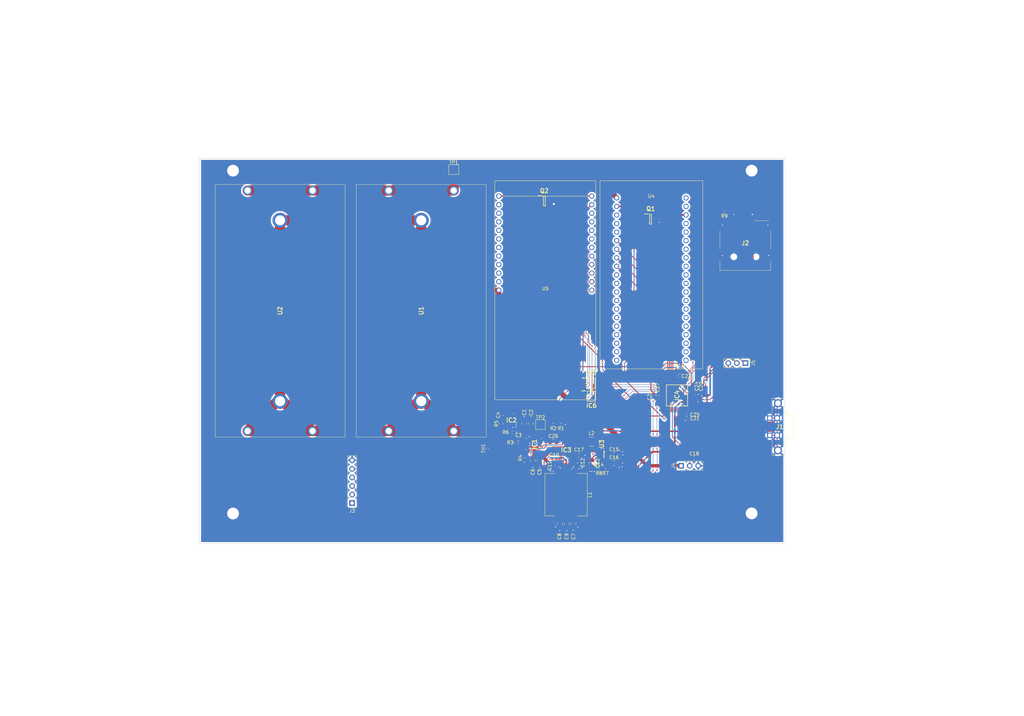
<source format=kicad_pcb>
(kicad_pcb (version 20211014) (generator pcbnew)
  (layers (0 "F.Cu" signal) (31 "B.Cu" signal) (34 "B.Paste" user) (35 "F.Paste" user) (36 "B.SilkS" user "B.Silkscreen") (37 "F.SilkS" user "F.Silkscreen") (38 "B.Mask" user) (39 "F.Mask" user) (44 "Edge.Cuts" user))
  (net 0 "")
  (net 1 "GND")
  (net 2 "/BAT")
  (net 3 "Net-(C4-Pad1)")
  (net 4 "/BAT-")
  (net 5 "/VCC")
  (net 6 "/3V3")
  (net 7 "/LX")
  (net 8 "Net-(C10-Pad2)")
  (net 9 "Net-(C14-Pad1)")
  (net 10 "Net-(C14-Pad2)")
  (net 11 "/5V")
  (net 12 "Net-(C17-Pad2)")
  (net 13 "/PIR")
  (net 14 "Net-(C3-Pad2)")
  (net 18 "Net-(IC1-Pad12)")
  (net 19 "Net-(IC1-Pad13)")
  (net 22 "/VCC_USB")
  (net 24 "Net-(IC2-Pad5)")
  (net 31 "/CS_SD")
  (net 32 "/MOSI_SD")
  (net 33 "/SCK_SD")
  (net 34 "/MISO_SD")
  (net 37 "/CS_2")
  (net 38 "/SCK_2")
  (net 39 "/MOSI")
  (net 40 "/MISO")
  (net 41 "/SCK")
  (net 42 "/CS")
  (net 43 "/CIPO")
  (net 44 "/COPI")
  (net 48 "/CORAL_EN")
  (net 49 "/WS_EN")
  (net 50 "/CD")
  (net 56 "/D-")
  (net 57 "/D+")
  (net 60 "/RESET_N")
  (net 63 "/SWCLK")
  (net 64 "/SWDIO")
  (net 65 "/BAT_MONITOR")
  (net 66 "/1V8")
  (net 67 "Net-(IC5-Pad3)")
  (net 68 "Net-(IC5-Pad4)")
  (net 69 "Net-(IC6-Pad3)")
  (net 70 "Net-(IC6-Pad4)")
  (net 74 "/32K")
  (net 75 "/SQW")
  (net 76 "/SCL")
  (net 77 "/SDA")
  (net 78 "Net-(Q1-Pad1)")
  (net 79 "/CORAL_GND")
  (net 80 "Net-(R7-Pad2)")
  (net 129 "Net-(C26-Pad1)")
  (footprint "Capacitor_SMD:C_0402_1005Metric" (layer "F.Cu") (at 133.4516 111.76)
    (fp_text reference "C10")
    (fp_text value "100n")
  )
  (footprint "TestPoint:TestPoint_Pad_2.5x2.5mm" (layer "F.Cu") (at 103.632 25.908)
    (fp_text reference "TP1")
    (fp_text value "PowerPoint1")
  )
  (footprint "Capacitor_SMD:C_0402_1005Metric" (layer "F.Cu") (at 117.9576 98.806 90)
    (fp_text reference "C4")
    (fp_text value "220n")
  )
  (footprint "Resistor_SMD:R_0402_1005Metric" (layer "F.Cu") (at 148.6916 114.9096 180)
    (fp_text reference "R7")
    (fp_text value "316K")
  )
  (footprint "SamacSys_Parts:MAX20404AFODVY" (layer "F.Cu") (at 137.0076 112.268)
    (fp_text reference "IC3")
    (fp_text value "MAX20404AFOD_VY+" hide)
  )
  (footprint "Resistor_SMD:R_0402_1005Metric" (layer "F.Cu") (at 113.4872 108.712 -90)
    (fp_text reference "TH1")
    (fp_text value "10K")
  )
  (footprint "Capacitor_SMD:C_0805_2012Metric" (layer "F.Cu") (at 139.192 131.064 -90)
    (fp_text reference "C7")
    (fp_text value "47u")
  )
  (footprint "Connector_PinHeader_2.54mm:PinHeader_1x03_P2.54mm_Vertical" (layer "F.Cu") (at 171.1452 113.8428 90)
    (fp_text reference "J4")
    (fp_text value "PIR")
  )
  (footprint "Capacitor_SMD:C_0805_2012Metric" (layer "F.Cu") (at 170.7388 85.7504)
    (fp_text reference "C19")
    (fp_text value "10u")
  )
  (footprint "Connector_PinHeader_2.54mm:PinHeader_1x03_P2.54mm_Vertical" (layer "F.Cu") (at 190.231 83.3628 -90)
    (fp_text reference "J5")
    (fp_text value "PROGRAMMING")
  )
  (footprint "My_library:WirelessStickV3" (layer "F.Cu") (at 162.306 34.29)
    (fp_text reference "U4")
    (fp_text value "WirelesStickV3")
  )
  (footprint "Capacitor_SMD:C_0603_1608Metric" (layer "F.Cu") (at 140.8176 113.03 -90)
    (fp_text reference "C12")
    (fp_text value "4.7u")
  )
  (footprint "SamacSys_Parts:QFP50P900X900X120-48N" (layer "F.Cu") (at 169.926 92.964 -90)
    (fp_text reference "IC4")
    (fp_text value "PIC32CM5164LE00048-I_Y8X" hide)
  )
  (footprint "SamacSys_Parts:SOP65P490X110-8N" (layer "F.Cu") (at 144.4752 93.1672)
    (fp_text reference "IC6")
    (fp_text value "NVT2002DP,118" hide)
  )
  (footprint "Capacitor_SMD:C_0402_1005Metric" (layer "F.Cu") (at 170.2816 87.2236)
    (fp_text reference "C22")
    (fp_text value "100n")
  )
  (footprint "SamacSys_Parts:MEM20750014001A" (layer "F.Cu") (at 190.1952 48.102)
    (fp_text reference "J2")
    (fp_text value "SD_CARD" hide)
  )
  (footprint "Inductor_SMD:L_1210_3225Metric" (layer "F.Cu") (at 144.526 106.68 180)
    (fp_text reference "L2")
    (fp_text value "1u")
  )
  (footprint "Capacitor_SMD:C_0805_2012Metric" (layer "F.Cu") (at 126.5936 101.346 90)
    (fp_text reference "C2")
    (fp_text value "22u")
  )
  (footprint "SamacSys_Parts:SOT95P275X110-6N" (layer "F.Cu") (at 162.052 40.64)
    (fp_text reference "Q1")
    (fp_text value "PMN16XNEX" hide)
  )
  (footprint "Capacitor_SMD:C_0402_1005Metric" (layer "F.Cu") (at 172.7708 98.6536 180)
    (fp_text reference "C25")
    (fp_text value "100n")
  )
  (footprint "Inductor_SMD:L_12x12mm_H6mm" (layer "F.Cu") (at 137.0076 122.428 -90)
    (fp_text reference "L1")
    (fp_text value "4.7u")
  )
  (footprint "Capacitor_SMD:C_0805_2012Metric" (layer "F.Cu") (at 151.2316 113.03)
    (fp_text reference "C16")
    (fp_text value "47u")
  )
  (footprint "Capacitor_SMD:C_0402_1005Metric" (layer "F.Cu") (at 176.6316 92.71 -90)
    (fp_text reference "C20")
    (fp_text value "1u")
  )
  (footprint "Capacitor_SMD:C_0402_1005Metric" (layer "F.Cu") (at 175.0418 111.4552 180)
    (fp_text reference "C18")
    (fp_text value "100n")
  )
  (footprint "Capacitor_SMD:C_0402_1005Metric" (layer "F.Cu") (at 183.9976 38.5064 180)
    (fp_text reference "R9")
    (fp_text value "100K")
  )
  (footprint "Capacitor_SMD:C_0603_1608Metric" (layer "F.Cu") (at 140.8176 110.744 180)
    (fp_text reference "C17")
    (fp_text value "2.2u")
  )
  (footprint "Resistor_SMD:R_0603_1608Metric" (layer "F.Cu") (at 117.7036 101.346 90)
    (fp_text reference "R5")
    (fp_text value "330")
  )
  (footprint "Capacitor_SMD:C_0402_1005Metric" (layer "F.Cu") (at 164.1856 92.964 -90)
    (fp_text reference "C27")
    (fp_text value "1u")
  )
  (footprint "Capacitor_SMD:C_0402_1005Metric" (layer "F.Cu") (at 163.2204 92.964 -90)
    (fp_text reference "C23")
    (fp_text value "100n")
  )
  (footprint "Capacitor_SMD:C_0603_1608Metric" (layer "F.Cu") (at 133.1976 113.792 -90)
    (fp_text reference "C11")
    (fp_text value "4.7u")
  )
  (footprint "Resistor_SMD:R_0402_1005Metric" (layer "F.Cu") (at 146.7612 114.9096 180)
    (fp_text reference "R8")
    (fp_text value "100K")
  )
  (footprint "SamacSys_Parts:MSP430FR2522IRHLR" (layer "F.Cu") (at 127.3556 107.442 -90)
    (fp_text reference "IC1")
    (fp_text value "BQ24032ARHLR" hide)
  )
  (footprint "Capacitor_SMD:C_0805_2012Metric" (layer "F.Cu") (at 151.2316 110.6424)
    (fp_text reference "C15")
    (fp_text value "47u")
  )
  (footprint "SamacSys_Parts:SOP65P490X110-8N" (layer "F.Cu") (at 144.4752 89.408)
    (fp_text reference "IC5")
    (fp_text value "NVT2002DP,118" hide)
  )
  (footprint "SamacSys_Parts:12BHC186PGR" (layer "F.Cu") (at 61.72 103.518 90)
    (fp_text reference "U2")
    (fp_text value "12BHC186P-GR" hide)
  )
  (footprint "Capacitor_SMD:C_0402_1005Metric" (layer "F.Cu") (at 175.6664 92.71 -90)
    (fp_text reference "C24")
    (fp_text value "100n")
  )
  (footprint "Capacitor_SMD:C_0402_1005Metric" (layer "F.Cu") (at 122.8116 105.918)
    (fp_text reference "C3")
    (fp_text value "220n")
  )
  (footprint "Capacitor_SMD:C_0402_1005Metric" (layer "F.Cu") (at 146.7612 112.268)
    (fp_text reference "C14")
    (fp_text value "10n")
  )
  (footprint "Capacitor_SMD:C_0805_2012Metric" (layer "F.Cu") (at 133.1976 106.68)
    (fp_text reference "C26")
    (fp_text value "10u")
  )
  (footprint "Resistor_SMD:R_0402_1005Metric" (layer "F.Cu") (at 124.5616 111.506 90)
    (fp_text reference "R4")
    (fp_text value "37.4K")
  )
  (footprint "Resistor_SMD:R_0402_1005Metric" (layer "F.Cu") (at 133.1976 101.6 180)
    (fp_text reference "R2")
    (fp_text value "100K")
  )
  (footprint "TestPoint:TestPoint_Pad_2.5x2.5mm" (layer "F.Cu") (at 129.3876 101.6)
    (fp_text reference "TP2")
    (fp_text value "PowerPoint2")
  )
  (footprint "My_library:CoralMicro" (layer "F.Cu") (at 130.81 61.722)
    (fp_text reference "U5")
    (fp_text value "CoralMicro")
  )
  (footprint "Capacitor_SMD:C_0402_1005Metric" (layer "F.Cu") (at 172.8216 99.6696 180)
    (fp_text reference "C21")
    (fp_text value "1u")
  )
  (footprint "Capacitor_SMD:C_0805_2012Metric" (layer "F.Cu") (at 127.1016 112.268 -90)
    (fp_text reference "C6")
    (fp_text value "22u")
  )
  (footprint "Resistor_SMD:R_0402_1005Metric" (layer "F.Cu") (at 135.4836 101.6 180)
    (fp_text reference "R1")
    (fp_text value "100K")
  )
  (footprint "Connector_PinHeader_2.54mm:PinHeader_1x06_P2.54mm_Vertical" (layer "F.Cu") (at 73.4568 124.9172 180)
    (fp_text reference "J3")
    (fp_text value "RTC")
  )
  (footprint "Capacitor_SMD:C_0805_2012Metric" (layer "F.Cu") (at 124.5616 101.346 90)
    (fp_text reference "C1")
    (fp_text value "22u")
  )
  (footprint "SamacSys_Parts:AP9211SAADHAC7" (layer "F.Cu") (at 120.7516 100.33 180)
    (fp_text reference "IC2")
    (fp_text value "AP9211SA-AD-HAC-7" hide)
  )
  (footprint "Resistor_SMD:R_0402_1005Metric" (layer "F.Cu") (at 122.7836 106.934)
    (fp_text reference "R3")
    (fp_text value "430")
  )
  (footprint "Resistor_SMD:R_0402_1005Metric" (layer "F.Cu") (at 121.0056 103.886)
    (fp_text reference "R6")
    (fp_text value "2.7K")
  )
  (footprint "SamacSys_Parts:SOT95P275X110-6N" (layer "F.Cu") (at 130.556 35.2044)
    (fp_text reference "Q2")
    (fp_text value "PMN16XNEX" hide)
  )
  (footprint "Capacitor_SMD:C_0805_2012Metric" (layer "F.Cu") (at 144.6276 113.1316 -90)
    (fp_text reference "C13")
    (fp_text value "47u")
  )
  (footprint "SamacSys_Parts:UJ2WMIBH4SMTTR" (layer "F.Cu") (at 200.406 102.2604 180)
    (fp_text reference "J1")
    (fp_text value "Micro USB" hide)
  )
  (footprint "Capacitor_SMD:C_0805_2012Metric" (layer "F.Cu") (at 137.16 131.064 90)
    (fp_text reference "C9")
    (fp_text value "47u")
  )
  (footprint "Capacitor_SMD:C_0805_2012Metric" (layer "F.Cu") (at 129.1336 112.268 -90)
    (fp_text reference "C5")
    (fp_text value "22u")
  )
  (footprint "SamacSys_Parts:RNS0007A" (layer "F.Cu") (at 147.2302 110.4392 90)
    (fp_text reference "U3")
    (fp_text value "TPS61230ARNSR" hide)
  )
  (footprint "SamacSys_Parts:12BHC186PGR" (layer "F.Cu") (at 103.63 103.518 90)
    (fp_text reference "U1")
    (fp_text value "12BHC186P-GR" hide)
  )
  (footprint "Capacitor_SMD:C_0805_2012Metric" (layer "F.Cu") (at 135.128 131.0488 90)
    (fp_text reference "C8")
    (fp_text value "47u")
  )
  (gr_rect (start 28.1 22.5) (end 202 137) (layer "Edge.Cuts") (width 0.1) (fill none))
  (segment (start 182.1202 51.377) (end 182.1202 49.4814) (width 0.5) (layer "F.Cu") (net 1))
  (segment (start 164.658 41.59) (end 164.6936 41.5544) (width 0.5) (layer "F.Cu") (net 1))
  (segment (start 138.3326 114.143) (end 138.3326 113.406) (width 0.5) (layer "F.Cu") (net 1))
  (segment (start 167.2336 92.6592) (end 166.6788 93.214) (width 0.3) (layer "F.Cu") (net 1))
  (segment (start 199.0972 99.7104) (end 196.8972 99.7104) (width 0.25) (layer "F.Cu") (net 1))
  (segment (start 122.2736 106.934) (end 121.5136 106.934) (width 0.25) (layer "F.Cu") (net 1))
  (segment (start 133.1976 114.567) (end 133.1846 114.567) (width 1) (layer "F.Cu") (net 1))
  (segment (start 199.656 99.7104) (end 199.656 101.612) (width 0.25) (layer "F.Cu") (net 1))
  (segment (start 147.7702 109.0606) (end 147.4724 108.7628) (width 0.3) (layer "F.Cu") (net 1))
  (segment (start 170.7616 87.2236) (end 170.7616 86.6776) (width 0.25) (layer "F.Cu") (net 1))
  (segment (start 147.7702 109.227) (end 148.1836 108.8136) (width 0.3) (layer "F.Cu") (net 1))
  (segment (start 199.0972 99.7104) (end 199.644 99.1636) (width 0.25) (layer "F.Cu") (net 1))
  (segment (start 196.9106 42.377) (end 196.9008 42.3672) (width 0.5) (layer "F.Cu") (net 1))
  (segment (start 127.1016 113.218) (end 127.1016 114.3) (width 0.25) (layer "F.Cu") (net 1))
  (segment (start 128.6256 107.188) (end 129.0806 107.442) (width 0.25) (layer "F.Cu") (net 1))
  (segment (start 166.7884 92.214) (end 167.2336 92.6592) (width 0.3) (layer "F.Cu") (net 1))
  (segment (start 124.5616 100.396) (end 126.5936 100.396) (width 0.25) (layer "F.Cu") (net 1))
  (segment (start 177.3428 93.1672) (end 177.32 93.19) (width 0.3) (layer "F.Cu") (net 1))
  (segment (start 198.2702 42.377) (end 196.9106 42.377) (width 0.5) (layer "F.Cu") (net 1))
  (segment (start 129.3556 107.717) (end 129.0806 107.442) (width 0.25) (layer "F.Cu") (net 1))
  (segment (start 129.1336 113.218) (end 127.1016 113.218) (width 0.25) (layer "F.Cu") (net 1))
  (segment (start 125.2056 108.192) (end 123.3016 108.192) (width 0.25) (layer "F.Cu") (net 1))
  (segment (start 126.3396 107.188) (end 125.6306 107.442) (width 0.25) (layer "F.Cu") (net 1))
  (segment (start 182.1202 44.397) (end 182.118 44.3992) (width 0.5) (layer "F.Cu") (net 1))
  (segment (start 182.1202 42.377) (end 183.429 42.377) (width 0.5) (layer "F.Cu") (net 1))
  (segment (start 197.456 101.6104) (end 199.6544 101.6104) (width 0.25) (layer "F.Cu") (net 1))
  (segment (start 121.3516 101.68) (end 122.1448 101.68) (width 0.25) (layer "F.Cu") (net 1))
  (segment (start 170.676 88.726) (end 170.676 87.431394) (width 0.3) (layer "F.Cu") (net 1))
  (segment (start 135.128 131.9988) (end 135.128 133.0452) (width 1) (layer "F.Cu") (net 1))
  (segment (start 135.6826 113.406) (end 135.7206 113.368) (width 0.5) (layer "F.Cu") (net 1))
  (segment (start 163.302 41.59) (end 164.658 41.59) (width 0.5) (layer "F.Cu") (net 1))
  (segment (start 181.1202 51.377) (end 181.102 51.3588) (width 0.5) (layer "F.Cu") (net 1))
  (segment (start 175.5218 111.4552) (end 176.2252 112.1586) (width 0.25) (layer "F.Cu") (net 1))
  (segment (start 199.4734 51.377) (end 199.4916 51.3588) (width 0.5) (layer "F.Cu") (net 1))
  (segment (start 129.5446 107.167) (end 129.3556 107.167) (width 0.25) (layer "F.Cu") (net 1))
  (segment (start 198.2724 49.3776) (end 198.2702 49.3798) (width 0.5) (layer "F.Cu") (net 1))
  (segment (start 153.7716 109.6264) (end 153.7226 109.6264) (width 0.25) (layer "F.Cu") (net 1))
  (segment (start 129.3556 107.167) (end 129.0806 107.442) (width 0.25) (layer "F.Cu") (net 1))
  (segment (start 176.2252 112.1586) (end 176.2252 113.8428) (width 0.25) (layer "F.Cu") (net 1))
  (segment (start 199.6544 101.6104) (end 199.656 101.612) (width 0.25) (layer "F.Cu") (net 1))
  (segment (start 142.2632 91.4676) (end 142.2908 91.44) (width 0.3) (layer "F.Cu") (net 1))
  (segment (start 141.5926 110.744) (end 142.5956 110.744) (width 0.25) (layer "F.Cu") (net 1))
  (segment (start 198.2702 42.377) (end 198.2702 40.3882) (width 0.5) (layer "F.Cu") (net 1))
  (segment (start 183.429 42.377) (end 183.4388 42.3672) (width 0.5) (layer "F.Cu") (net 1))
  (segment (start 148.4256 109.6892) (end 148.4376 109.6772) (width 0.3) (layer "F.Cu") (net 1))
  (segment (start 152.790075 109.305275) (end 152.7066 109.38875) (width 0.5) (layer "F.Cu") (net 1))
  (segment (start 153.8224 110.6424) (end 152.7066 110.6424) (width 0.5) (layer "F.Cu") (net 1))
  (segment (start 152.7556 110.6424) (end 152.7066 110.6424) (width 0.5) (layer "F.Cu") (net 1))
  (segment (start 137.16 132.014) (end 137.16 133.096) (width 1) (layer "F.Cu") (net 1))
  (segment (start 121.5156 103.886) (end 121.5156 101.844) (width 0.25) (layer "F.Cu") (net 1))
  (segment (start 135.128 131.9988) (end 133.8784 131.9988) (width 1) (layer "F.Cu") (net 1))
  (segment (start 142.2632 88.433) (end 142.2632 87.6024) (width 0.3) (layer "F.Cu") (net 1))
  (segment (start 132.1946 114.567) (end 132.1816 114.554) (width 1) (layer "F.Cu") (net 1))
  (segment (start 199.644 95.5572) (end 199.3472 95.2604) (width 0.25) (layer "F.Cu") (net 1))
  (segment (start 152.7066 113.03) (end 152.7066 110.6424) (width 1) (layer "F.Cu") (net 1))
  (segment (start 131.806 36.1544) (end 133.3144 36.1544) (width 0.5) (layer "F.Cu") (net 1))
  (segment (start 182.1202 42.377) (end 180.9086 42.377) (width 0.5) (layer "F.Cu") (net 1))
  (segment (start 135.1432 132.014) (end 135.128 131.9988) (width 1) (layer "F.Cu") (net 1))
  (segment (start 125.2056 108.192) (end 125.2056 107.756) (width 0.25) (layer "F.Cu") (net 1))
  (segment (start 135.6826 114.143) (end 135.6406 114.143) (width 0.5) (layer "F.Cu") (net 1))
  (segment (start 124.5616 100.396) (end 124.5616 99.314) (width 0.25) (layer "F.Cu") (net 1))
  (segment (start 133.8784 131.9988) (end 133.858 131.9784) (width 1) (layer "F.Cu") (net 1))
  (segment (start 138.6196 111.818) (end 137.7768 111.818) (width 0.25) (layer "F.Cu") (net 1))
  (segment (start 172.2908 100.4088) (end 172.2908 99.6696) (width 0.3) (layer "F.Cu") (net 1))
  (segment (start 139.192 132.014) (end 140.4468 132.014) (width 1) (layer "F.Cu") (net 1))
  (segment (start 172.3136 100.4316) (end 172.2908 100.4088) (width 0.3) (layer "F.Cu") (net 1))
  (segment (start 199.644 99.1636) (end 199.644 95.5572) (width 0.25) (layer "F.Cu") (net 1))
  (segment (start 135.6406 114.143) (end 135.2804 114.5032) (width 0.5) (layer "F.Cu") (net 1))
  (segment (start 129.5446 107.717) (end 129.3556 107.717) (width 0.25) (layer "F.Cu") (net 1))
  (segment (start 134.1476 106.68) (end 135.2296 106.68) (width 0.25) (layer "F.Cu") (net 1))
  (segment (start 165.688 93.214) (end 163.4504 93.214) (width 0.3) (layer "F.Cu") (net 1))
  (segment (start 127.8636 107.188) (end 128.6256 107.188) (width 0.25) (layer "F.Cu") (net 1))
  (segment (start 174.164 93.214) (end 176.6076 93.214) (width 0.3) (layer "F.Cu") (net 1))
  (segment (start 182.1202 42.377) (end 182.1202 40.185) (width 0.5) (layer "F.Cu") (net 1))
  (segment (start 125.2056 107.756) (end 125.1666 107.717) (width 0.25) (layer "F.Cu") (net 1))
  (segment (start 198.2702 53.3886) (end 198.2724 53.3908) (width 0.5) (layer "F.Cu") (net 1))
  (segment (start 133.1846 114.567) (end 132.3848 115.3668) (width 1) (layer "F.Cu") (net 1))
  (segment (start 125.1666 107.717) (end 125.3556 107.717) (width 0.25) (layer "F.Cu") (net 1))
  (segment (start 125.1666 107.167) (end 125.3556 107.167) (width 0.25) (layer "F.Cu") (net 1))
  (segment (start 196.8972 104.8104) (end 199.0972 104.8104) (width 0.25) (layer "F.Cu") (net 1))
  (segment (start 162.4304 93.444) (end 162.4076 93.4212) (width 0.3) (layer "F.Cu") (net 1))
  (segment (start 171.6888 84.9224) (end 171.3484 84.582) (width 0.25) (layer "F.Cu") (net 1))
  (segment (start 123.3016 108.192) (end 113.4972 108.192) (width 0.25) (layer "F.Cu") (net 1))
  (segment (start 152.7048 114.3508) (end 152.7048 113.0318) (width 0.5) (layer "F.Cu") (net 1))
  (segment (start 133.1976 114.567) (end 133.1976 115.4176) (width 1) (layer "F.Cu") (net 1))
  (segment (start 121.3516 101.68) (end 121.6876 101.68) (width 0.25) (layer "F.Cu") (net 1))
  (segment (start 141.7293 110.744) (end 141.5926 110.744) (width 0.25) (layer "F.Cu") (net 1))
  (segment (start 199.644 108.9636) (end 199.3472 109.2604) (width 0.25) (layer "F.Cu") (net 1))
  (segment (start 182.1202 51.377) (end 182.1202 53.1854) (width 0.5) (layer "F.Cu") (net 1))
  (segment (start 198.2702 51.377) (end 199.4734 51.377) (width 0.5) (layer "F.Cu") (net 1))
  (segment (start 121.3516 101.68) (end 121.3516 102.2631) (width 0.25) (layer "F.Cu") (net 1))
  (segment (start 198.2702 42.377) (end 198.2702 44.2954) (width 0.5) (layer "F.Cu") (net 1))
  (segment (start 133.1976 114.567) (end 132.1946 114.567) (width 1) (layer "F.Cu") (net 1))
  (segment (start 127.3556 107.442) (end 127.8636 107.188) (width 0.25) (layer "F.Cu") (net 1))
  (segment (start 129.1336 113.218) (end 129.1336 114.3) (width 0.25) (layer "F.Cu") (net 1))
  (segment (start 140.4468 132.014) (end 140.462 132.0292) (width 1) (layer "F.Cu") (net 1))
  (segment (start 199.656 104.2516) (end 199.0972 104.8104) (width 0.25) (layer "F.Cu") (net 1))
  (segment (start 140.8176 113.805) (end 141.8206 113.805) (width 1) (layer "F.Cu") (net 1))
  (segment (start 180.9086 42.377) (end 180.8988 42.3672) (width 0.5) (layer "F.Cu") (net 1))
  (segment (start 121.5156 103.886) (end 122.2756 103.886) (width 0.25) (layer "F.Cu") (net 1))
  (segment (start 135.7206 113.368) (end 135.6028 113.368) (width 0.5) (layer "F.Cu") (net 1))
  (segment (start 144.6276 114.6066) (end 144.6276 115.5192) (width 0.3) (layer "F.Cu") (net 1))
  (segment (start 176.6076 93.214) (end 176.6316 93.19) (width 0.3) (layer "F.Cu") (net 1))
  (segment (start 182.1202 40.185) (end 182.118 40.1828) (width 0.5) (layer "F.Cu") (net 1))
  (segment (start 127.3556 107.442) (end 127.1016 107.188) (width 0.25) (layer "F.Cu") (net 1))
  (segment (start 135.6028 113.368) (end 134.8232 114.1476) (width 0.5) (layer "F.Cu") (net 1))
  (segment (start 166.6788 93.214) (end 165.688 93.214) (width 0.3) (layer "F.Cu") (net 1))
  (segment (start 138.3326 113.406) (end 138.2946 113.368) (width 0.5) (layer "F.Cu") (net 1))
  (segment (start 139.192 132.014) (end 135.1432 132.014) (width 1) (layer "F.Cu") (net 1))
  (segment (start 140.8176 113.805) (end 140.8814 113.805) (width 1) (layer "F.Cu") (net 1))
  (segment (start 199.644 105.3572) (end 199.644 108.9636) (width 0.25) (layer "F.Cu") (net 1))
  (segment (start 139.192 132.014) (end 139.192 133.0452) (width 1) (layer "F.Cu") (net 1))
  (segment (start 133.3144 36.1544) (end 133.35 36.1188) (width 0.5) (layer "F.Cu") (net 1))
  (segment (start 152.7066 109.38875) (end 152.7066 110.6424) (width 0.5) (layer "F.Cu") (net 1))
  (segment (start 142.2632 87.6024) (end 142.24 87.5792) (width 0.3) (layer "F.Cu") (net 1))
  (segment (start 113.4972 108.192) (end 113.4872 108.202) (width 0.25) (layer "F.Cu") (net 1))
  (segment (start 145.9484 114.9096) (end 145.3388 115.5192) (width 0.127) (layer "F.Cu") (net 1))
  (segment (start 182.1202 51.377) (end 183.3046 51.377) (width 0.5) (layer "F.Cu") (net 1))
  (segment (start 147.7702 109.6892) (end 148.4256 109.6892) (width 0.3) (layer "F.Cu") (net 1))
  (segment (start 122.1448 101.68) (end 122.174 101.6508) (width 0.25) (layer "F.Cu") (net 1))
  (segment (start 122.0724 102.3112) (end 121.4412 101.68) (width 0.25) (layer "F.Cu") (net 1))
  (segment (start 172.2908 99.6696) (end 172.176 99.5548) (width 0.3) (layer "F.Cu") (net 1))
  (segment (start 135.9936 101.6) (end 136.7536 101.6) (width 0.127) (layer "F.Cu") (net 1))
  (segment (start 183.3372 51.4096) (end 183.3046 51.377) (width 0.5) (layer "F.Cu") (net 1))
  (segment (start 153.7716 113.03) (end 152.7066 113.03) (width 0.5) (layer "F.Cu") (net 1))
  (segment (start 176.042735 94.714) (end 176.117235 94.7885) (width 0.3) (layer "F.Cu") (net 1))
  (segment (start 137.7768 111.818) (end 137.5664 111.6076) (width 0.25) (layer "F.Cu") (net 1))
  (segment (start 198.2702 42.377) (end 199.4818 42.377) (width 0.5) (layer "F.Cu") (net 1))
  (segment (start 171.6888 85.7504) (end 171.6888 84.9224) (width 0.25) (layer "F.Cu") (net 1))
  (segment (start 182.1202 53.1854) (end 182.118 53.1876) (width 0.5) (layer "F.Cu") (net 1))
  (segment (start 174.164 94.714) (end 176.042735 94.714) (width 0.3) (layer "F.Cu") (net 1))
  (segment (start 186.8002 40.377) (end 186.8002 39.2262) (width 0.3) (layer "F.Cu") (net 1))
  (segment (start 199.0972 104.8104) (end 199.644 105.3572) (width 0.25) (layer "F.Cu") (net 1))
  (segment (start 153.7716 109.6264) (end 152.7556 110.6424) (width 0.5) (layer "F.Cu") (net 1))
  (segment (start 135.6826 114.143) (end 135.6826 113.406) (width 0.5) (layer "F.Cu") (net 1))
  (segment (start 198.2702 51.377) (end 198.2702 49.3798) (width 0.5) (layer "F.Cu") (net 1))
  (segment (start 140.8814 113.805) (end 141.6304 114.554) (width 1) (layer "F.Cu") (net 1))
  (segment (start 197.173 51.377) (end 197.1548 51.3588) (width 0.5) (layer "F.Cu") (net 1))
  (segment (start 147.7702 109.6892) (end 147.7702 109.227) (width 0.3) (layer "F.Cu") (net 1))
  (segment (start 182.1202 42.377) (end 182.1202 44.397) (width 0.5) (layer "F.Cu") (net 1))
  (segment (start 121.3516 102.2631) (end 121.1511 102.4636) (width 0.25) (layer "F.Cu") (net 1))
  (segment (start 138.3326 114.143) (end 138.3326 114.2026) (width 0.5) (layer "F.Cu") (net 1))
  (segment (start 165.688 92.214) (end 166.7884 92.214) (width 0.3) (layer "F.Cu") (net 1))
  (segment (start 126.5936 100.396) (end 126.5936 99.314) (width 0.25) (layer "F.Cu") (net 1))
  (segment (start 163.2204 93.444) (end 162.4304 93.444) (width 0.3) (layer "F.Cu") (net 1))
  (segment (start 125.3556 107.167) (end 125.6306 107.442) (width 0.25) (layer "F.Cu") (net 1))
  (segment (start 138.2946 113.368) (end 138.514 113.368) (width 0.5) (layer "F.Cu") (net 1))
  (segment (start 152.7048 113.0318) (end 152.7066 113.03) (width 0.5) (layer "F.Cu") (net 1))
  (segment (start 182.118 49.4792) (end 182.1202 49.4814) (width 0.5) (layer "F.Cu") (net 1))
  (segment (start 177.32 93.19) (end 176.6316 93.19) (width 0.3) (layer "F.Cu") (net 1))
  (segment (start 127.1016 107.188) (end 126.3396 107.188) (width 0.25) (layer "F.Cu") (net 1))
  (segment (start 170.7616 86.6776) (end 171.6888 85.7504) (width 0.25) (layer "F.Cu") (net 1))
  (segment (start 186.8002 39.2262) (end 186.7916 39.2176) (width 0.3) (layer "F.Cu") (net 1))
  (segment (start 142.2632 92.1922) (end 142.2632 91.4676) (width 0.3) (layer "F.Cu") (net 1))
  (segment (start 140.8176 113.805) (end 140.8176 114.6556) (width 1) (layer "F.Cu") (net 1))
  (segment (start 147.7702 109.6892) (end 147.7702 109.0606) (width 0.3) (layer "F.Cu") (net 1))
  (segment (start 163.4504 93.214) (end 163.2204 93.444) (width 0.3) (layer "F.Cu") (net 1))
  (segment (start 138.514 113.368) (end 139.2428 114.0968) (width 0.5) (layer "F.Cu") (net 1))
  (segment (start 198.2702 44.2954) (end 198.2724 44.2976) (width 0.5) (layer "F.Cu") (net 1))
  (segment (start 153.5684 113.8918) (end 152.7066 113.03) (width 0.5) (layer "F.Cu") (net 1))
  (segment (start 199.4818 42.377) (end 199.4916 42.3672) (width 0.5) (layer "F.Cu") (net 1))
  (segment (start 121.5156 101.844) (end 121.3516 101.68) (width 0.25) (layer "F.Cu") (net 1))
  (segment (start 144.6276 114.6066) (end 144.6276 114.808) (width 0.3) (layer "F.Cu") (net 1))
  (segment (start 126.1056 105.2305) (end 126.1056 105.792) (width 0.25) (layer "F.Cu") (net 1))
  (segment (start 144.6276 114.6066) (end 144.6276 114.9096) (width 0.3) (layer "F.Cu") (net 1))
  (segment (start 198.2702 40.3882) (end 198.2724 40.386) (width 0.5) (layer "F.Cu") (net 1))
  (segment (start 198.2702 51.377) (end 197.173 51.377) (width 0.5) (layer "F.Cu") (net 1))
  (segment (start 172.176 99.5548) (end 172.176 97.202) (width 0.3) (layer "F.Cu") (net 1))
  (segment (start 125.3556 107.717) (end 125.6306 107.442) (width 0.25) (layer "F.Cu") (net 1))
  (segment (start 126.0311 105.156) (end 126.1056 105.2305) (width 0.25) (layer "F.Cu") (net 1))
  (segment (start 146.2512 114.9096) (end 145.9484 114.9096) (width 0.127) (layer "F.Cu") (net 1))
  (segment (start 141.8206 113.805) (end 141.8336 113.792) (width 1) (layer "F.Cu") (net 1))
  (segment (start 138.3326 114.2026) (end 138.8364 114.7064) (width 0.5) (layer "F.Cu") (net 1))
  (segment (start 121.4412 101.68) (end 121.3516 101.68) (width 0.25) (layer "F.Cu") (net 1))
  (segment (start 141.5926 110.744) (end 141.732 110.744) (width 0.25) (layer "F.Cu") (net 1))
  (segment (start 153.5684 114.1476) (end 153.5684 113.8918) (width 0.5) (layer "F.Cu") (net 1))
  (segment (start 199.656 101.612) (end 199.656 104.2516) (width 0.25) (layer "F.Cu") (net 1))
  (segment (start 144.6276 114.9096) (end 144.018 115.5192) (width 0.3) (layer "F.Cu") (net 1))
  (segment (start 124.5616 112.016) (end 124.5616 112.776) (width 0.25) (layer "F.Cu") (net 1))
  (segment (start 121.6876 101.68) (end 122.3264 101.0412) (width 0.25) (layer "F.Cu") (net 1))
  (segment (start 182.1202 51.377) (end 181.1202 51.377) (width 0.5) (layer "F.Cu") (net 1))
  (segment (start 144.6276 114.808) (end 145.3388 115.5192) (width 0.3) (layer "F.Cu") (net 1))
  (segment (start 198.2702 51.377) (end 198.2702 53.3886) (width 0.5) (layer "F.Cu") (net 1))
  (via (at 153.7716 113.03) (size 0.5) (drill 0.3) (layers "F.Cu" "B.Cu") (net 1))
  (via (at 141.6304 114.554) (size 0.5) (drill 0.3) (layers "F.Cu" "B.Cu") (net 1))
  (via (at 132.3848 115.3668) (size 0.5) (drill 0.3) (layers "F.Cu" "B.Cu") (net 1))
  (via (at 136.7536 101.6) (size 0.5) (drill 0.3) (layers "F.Cu" "B.Cu") (net 1))
  (via (at 145.3388 115.5192) (size 0.5) (drill 0.3) (layers "F.Cu" "B.Cu") (net 1))
  (via (at 127.7112 107.8484) (size 0.5) (drill 0.3) (layers "F.Cu" "B.Cu") (net 1))
  (via (at 140.462 132.0292) (size 0.5) (drill 0.3) (layers "F.Cu" "B.Cu") (net 1))
  (via (at 153.7716 109.6264) (size 0.5) (drill 0.3) (layers "F.Cu" "B.Cu") (net 1))
  (via (at 133.1976 115.4176) (size 0.5) (drill 0.3) (layers "F.Cu" "B.Cu") (net 1))
  (via (at 139.192 133.0452) (size 0.5) (drill 0.3) (layers "F.Cu" "B.Cu") (net 1))
  (via (at 126.5936 99.314) (size 0.5) (drill 0.3) (layers "F.Cu" "B.Cu") (net 1))
  (via (at 147.4724 108.7628) (size 0.5) (drill 0.3) (layers "F.Cu" "B.Cu") (net 1))
  (via (at 138.8364 114.7064) (size 0.5) (drill 0.3) (layers "F.Cu" "B.Cu") (net 1))
  (via (at 148.4376 109.6772) (size 0.5) (drill 0.3) (layers "F.Cu" "B.Cu") (net 1))
  (via (at 124.5616 99.314) (size 0.5) (drill 0.3) (layers "F.Cu" "B.Cu") (net 1))
  (via (at 142.5956 110.744) (size 0.5) (drill 0.3) (layers "F.Cu" "B.Cu") (net 1))
  (via (at 122.0724 102.3112) (size 0.5) (drill 0.3) (layers "F.Cu" "B.Cu") (net 1))
  (via (at 126.9492 107.8484) (size 0.5) (drill 0.3) (layers "F.Cu" "B.Cu") (net 1))
  (via (at 133.858 131.9784) (size 0.5) (drill 0.3) (layers "F.Cu" "B.Cu") (net 1))
  (via (at 127.7112 107.0864) (size 0.5) (drill 0.3) (layers "F.Cu" "B.Cu") (net 1))
  (via (at 142.24 87.5792) (size 0.5) (drill 0.3) (layers "F.Cu" "B.Cu") (net 1))
  (via (at 135.2296 106.68) (size 0.5) (drill 0.3) (layers "F.Cu" "B.Cu") (net 1))
  (via (at 135.2804 114.5032) (size 0.5) (drill 0.3) (layers "F.Cu" "B.Cu") (net 1))
  (via (at 196.9008 42.3672) (size 0.5) (drill 0.3) (layers "F.Cu" "B.Cu") (net 1))
  (via (at 126.1872 107.8484) (size 0.5) (drill 0.3) (layers "F.Cu" "B.Cu") (net 1))
  (via (at 137.16 133.096) (size 0.5) (drill 0.3) (layers "F.Cu" "B.Cu") (net 1))
  (via (at 126.9492 107.0864) (size 0.5) (drill 0.3) (layers "F.Cu" "B.Cu") (net 1))
  (via (at 183.4388 42.3672) (size 0.5) (drill 0.3) (layers "F.Cu" "B.Cu") (net 1))
  (via (at 127.1016 114.3) (size 0.5) (drill 0.3) (layers "F.Cu" "B.Cu") (net 1))
  (via (at 142.2908 91.44) (size 0.5) (drill 0.3) (layers "F.Cu" "B.Cu") (net 1))
  (via (at 126.0311 105.156) (size 0.5) (drill 0.3) (layers "F.Cu" "B.Cu") (net 1))
  (via (at 38.1 128.016) (size 6) (drill 3.5) (layers "F.Cu" "B.Cu") (net 1))
  (via (at 122.3264 101.0412) (size 0.5) (drill 0.3) (layers "F.Cu" "B.Cu") (net 1))
  (via (at 162.4076 93.4212) (size 0.5) (drill 0.3) (layers "F.Cu" "B.Cu") (net 1))
  (via (at 186.7916 39.2176) (size 0.5) (drill 0.3) (layers "F.Cu" "B.Cu") (net 1))
  (via (at 121.1511 102.4636) (size 0.5) (drill 0.3) (layers "F.Cu" "B.Cu") (net 1))
  (via (at 177.3428 93.1672) (size 0.5) (drill 0.3) (layers "F.Cu" "B.Cu") (net 1))
  (via (at 152.7048 114.3508) (size 0.5) (drill 0.3) (layers "F.Cu" "B.Cu") (net 1))
  (via (at 135.128 133.0452) (size 0.5) (drill 0.3) (layers "F.Cu" "B.Cu") (net 1))
  (via (at 164.6936 41.5544) (size 0.5) (drill 0.3) (layers "F.Cu" "B.Cu") (net 1))
  (via (at 133.35 36.1188) (size 1) (drill 0.6) (layers "F.Cu" "B.Cu") (net 1))
  (via (at 172.3136 100.4316) (size 0.5) (drill 0.3) (layers "F.Cu" "B.Cu") (net 1))
  (via (at 124.5616 112.776) (size 0.5) (drill 0.3) (layers "F.Cu" "B.Cu") (net 1))
  (via (at 122.2756 103.886) (size 0.5) (drill 0.3) (layers "F.Cu" "B.Cu") (net 1))
  (via (at 152.790075 109.305275) (size 0.5) (drill 0.3) (layers "F.Cu" "B.Cu") (net 1))
  (via (at 171.3484 84.582) (size 0.5) (drill 0.3) (layers "F.Cu" "B.Cu") (net 1))
  (via (at 176.117235 94.7885) (size 0.5) (drill 0.3) (layers "F.Cu" "B.Cu") (net 1))
  (via (at 197.1548 51.3588) (size 0.5) (drill 0.3) (layers "F.Cu" "B.Cu") (net 1))
  (via (at 148.1836 108.8136) (size 0.5) (drill 0.3) (layers "F.Cu" "B.Cu") (net 1))
  (via (at 144.018 115.5192) (size 0.5) (drill 0.3) (layers "F.Cu" "B.Cu") (net 1))
  (via (at 122.174 101.6508) (size 0.5) (drill 0.3) (layers "F.Cu" "B.Cu") (net 1))
  (via (at 140.8176 114.6556) (size 0.5) (drill 0.3) (layers "F.Cu" "B.Cu") (net 1))
  (via (at 132.1816 114.554) (size 0.5) (drill 0.3) (layers "F.Cu" "B.Cu") (net 1))
  (via (at 153.5684 114.1476) (size 0.5) (drill 0.3) (layers "F.Cu" "B.Cu") (net 1))
  (via (at 192.0748 26.2128) (size 6) (drill 3.5) (layers "F.Cu" "B.Cu") (net 1))
  (via (at 172.0765 95.9612) (size 0.5) (drill 0.3) (layers "F.Cu" "B.Cu") (net 1))
  (via (at 144.6276 115.5192) (size 0.5) (drill 0.3) (layers "F.Cu" "B.Cu") (net 1))
  (via (at 134.8232 114.1476) (size 0.5) (drill 0.3) (layers "F.Cu" "B.Cu") (net 1))
  (via (at 121.5136 106.934) (size 0.5) (drill 0.3) (layers "F.Cu" "B.Cu") (net 1))
  (via (at 128.4732 107.0864) (size 0.5) (drill 0.3) (layers "F.Cu" "B.Cu") (net 1))
  (via (at 192.0748 127.9652) (size 6) (drill 3.5) (layers "F.Cu" "B.Cu") (net 1))
  (via (at 139.2428 114.0968) (size 0.5) (drill 0.3) (layers "F.Cu" "B.Cu") (net 1))
  (via (at 38.1 26.2128) (size 6) (drill 3.5) (layers "F.Cu" "B.Cu") (net 1))
  (via (at 183.3372 51.4096) (size 0.5) (drill 0.3) (layers "F.Cu" "B.Cu") (net 1))
  (via (at 129.1336 114.3) (size 0.5) (drill 0.3) (layers "F.Cu" "B.Cu") (net 1))
  (via (at 128.4732 107.8484) (size 0.5) (drill 0.3) (layers "F.Cu" "B.Cu") (net 1))
  (via (at 141.8336 113.792) (size 0.5) (drill 0.3) (layers "F.Cu" "B.Cu") (net 1))
  (via (at 137.5664 111.6076) (size 0.5) (drill 0.3) (layers "F.Cu" "B.Cu") (net 1))
  (via (at 153.8224 110.6424) (size 0.5) (drill 0.3) (layers "F.Cu" "B.Cu") (net 1))
  (via (at 126.1872 107.0864) (size 0.5) (drill 0.3) (layers "F.Cu" "B.Cu") (net 1))
  (segment (start 117.7036 104.648) (end 117.7036 102.171) (width 0.25) (layer "F.Cu") (net 2))
  (segment (start 127.6096 103.378) (end 129.3876 101.6) (width 0.5) (layer "F.Cu") (net 2))
  (segment (start 61.72 32.118) (end 84.33 32.118) (width 3) (layer "F.Cu") (net 2))
  (segment (start 127.1056 103.882) (end 127.6096 103.378) (width 0.5) (layer "F.Cu") (net 2))
  (segment (start 132.6876 101.6) (end 129.3876 101.6) (width 0.127) (layer "F.Cu") (net 2))
  (segment (start 125.6056 105.792) (end 125.4561 105.6425) (width 0.25) (layer "F.Cu") (net 2))
  (segment (start 103.63 32.118) (end 103.63 25.91) (width 3) (layer "F.Cu") (net 2))
  (segment (start 126.5936 102.362) (end 127.6096 103.378) (width 0.5) (layer "F.Cu") (net 2))
  (segment (start 103.63 25.91) (end 103.632 25.908) (width 3) (layer "F.Cu") (net 2))
  (segment (start 125.4561 105.0345) (end 122.3971 105.0345) (width 0.25) (layer "F.Cu") (net 2))
  (segment (start 126.491927 103.882) (end 127.1056 103.882) (width 0.25) (layer "F.Cu") (net 2))
  (segment (start 125.4561 105.0345) (end 125.4561 104.917827) (width 0.25) (layer "F.Cu") (net 2))
  (segment (start 129.3876 96.1644) (end 129.3876 101.6) (width 3) (layer "F.Cu") (net 2))
  (segment (start 126.6056 104.382) (end 127.1056 103.882) (width 0.25) (layer "F.Cu") (net 2))
  (segment (start 127.1056 105.792) (end 127.1056 103.882) (width 0.5) (layer "F.Cu") (net 2))
  (segment (start 126.6056 105.792) (end 126.6056 104.382) (width 0.25) (layer "F.Cu") (net 2))
  (segment (start 126.5936 102.296) (end 126.5936 102.362) (width 0.5) (layer "F.Cu") (net 2))
  (segment (start 84.33 32.118) (end 103.63 32.118) (width 3) (layer "F.Cu") (net 2))
  (segment (start 125.4561 105.6425) (end 125.4561 105.0345) (width 0.25) (layer "F.Cu") (net 2))
  (segment (start 110.998 25.908) (end 111.252 26.162) (width 3) (layer "F.Cu") (net 2))
  (segment (start 127.6056 105.792) (end 127.6056 103.382) (width 0.25) (layer "F.Cu") (net 2))
  (segment (start 122.3316 105.918) (end 122.3316 105.1) (width 0.25) (layer "F.Cu") (net 2))
  (segment (start 124.5616 102.296) (end 126.5936 102.296) (width 0.5) (layer "F.Cu") (net 2))
  (segment (start 111.252 90.0176) (end 115.57 94.3356) (width 3) (layer "F.Cu") (net 2))
  (segment (start 122.3316 105.1) (end 122.3971 105.0345) (width 0.25) (layer "F.Cu") (net 2))
  (segment (start 42.42 32.118) (end 61.72 32.118) (width 3) (layer "F.Cu") (net 2))
  (segment (start 122.3971 105.0345) (end 118.0901 105.0345) (width 0.25) (layer "F.Cu") (net 2))
  (segment (start 115.57 94.3356) (end 127.5588 94.3356) (width 3) (layer "F.Cu") (net 2))
  (segment (start 118.0901 105.0345) (end 117.7036 104.648) (width 0.25) (layer "F.Cu") (net 2))
  (segment (start 125.4561 104.917827) (end 126.491927 103.882) (width 0.25) (layer "F.Cu") (net 2))
  (segment (start 103.632 25.908) (end 110.998 25.908) (width 3) (layer "F.Cu") (net 2))
  (segment (start 111.252 26.162) (end 111.252 90.0176) (width 3) (layer "F.Cu") (net 2))
  (segment (start 127.5588 94.3356) (end 129.3876 96.1644) (width 3) (layer "F.Cu") (net 2))
  (segment (start 127.6056 103.382) (end 127.6096 103.378) (width 0.25) (layer "F.Cu") (net 2))
  (segment (start 119.9766 98.98) (end 118.2636 98.98) (width 0.25) (layer "F.Cu") (net 3))
  (segment (start 117.9576 99.286) (end 117.9576 100.267) (width 0.5) (layer "F.Cu") (net 3))
  (segment (start 118.2636 98.98) (end 117.9576 99.286) (width 0.25) (layer "F.Cu") (net 3))
  (segment (start 117.9576 100.267) (end 117.7036 100.521) (width 0.5) (layer "F.Cu") (net 3))
  (segment (start 103.63 103.518) (end 109.588 103.518) (width 3) (layer "F.Cu") (net 4))
  (segment (start 93.18 94.668) (end 84.33 103.518) (width 3) (layer "F.Cu") (net 4))
  (segment (start 120.4976 98.044) (end 120.5766 98.123) (width 0.5) (layer "F.Cu") (net 4))
  (segment (start 117.9576 98.326) (end 118.9456 98.326) (width 0.5) (layer "F.Cu") (net 4))
  (segment (start 120.5896 98.136) (end 120.5766 98.123) (width 0.5) (layer "F.Cu") (net 4))
  (segment (start 93.98 40.968) (end 52.07 40.968) (width 3) (layer "F.Cu") (net 4))
  (segment (start 121.3516 98.136) (end 120.5896 98.136) (width 0.5) (layer "F.Cu") (net 4))
  (segment (start 115.6436 98.326) (end 115.6208 98.3488) (width 0.5) (layer "F.Cu") (net 4))
  (segment (start 117.9576 98.326) (end 115.6436 98.326) (width 0.5) (layer "F.Cu") (net 4))
  (segment (start 94.78 94.668) (end 103.63 103.518) (width 3) (layer "F.Cu") (net 4))
  (segment (start 52.07 94.668) (end 52.87 94.668) (width 3) (layer "F.Cu") (net 4))
  (segment (start 52.07 94.668) (end 51.27 94.668) (width 3) (layer "F.Cu") (net 4))
  (segment (start 93.98 94.668) (end 93.18 94.668) (width 3) (layer "F.Cu") (net 4))
  (segment (start 93.98 94.668) (end 94.78 94.668) (width 3) (layer "F.Cu") (net 4))
  (segment (start 51.27 94.668) (end 42.42 103.518) (width 3) (layer "F.Cu") (net 4))
  (segment (start 52.87 94.668) (end 61.72 103.518) (width 3) (layer "F.Cu") (net 4))
  (segment (start 93.98 40.968) (end 93.98 94.668) (width 3) (layer "F.Cu") (net 4))
  (segment (start 121.3516 98.98) (end 121.3516 98.136) (width 0.5) (layer "F.Cu") (net 4))
  (segment (start 114.7572 98.3488) (end 115.6208 98.3488) (width 3) (layer "F.Cu") (net 4))
  (segment (start 52.07 40.968) (end 52.07 94.668) (width 3) (layer "F.Cu") (net 4))
  (segment (start 118.9456 98.326) (end 119.2276 98.044) (width 0.5) (layer "F.Cu") (net 4))
  (segment (start 42.42 103.518) (end 103.63 103.518) (width 3) (layer "F.Cu") (net 4))
  (segment (start 120.5766 98.98) (end 120.5766 98.219) (width 0.4) (layer "F.Cu") (net 4))
  (segment (start 119.2276 98.044) (end 120.4976 98.044) (width 0.5) (layer "F.Cu") (net 4))
  (segment (start 120.5766 98.219) (end 120.5766 98.123) (width 0.4) (layer "F.Cu") (net 4))
  (segment (start 109.588 103.518) (end 114.7572 98.3488) (width 3) (layer "F.Cu") (net 4))
  (segment (start 127.6056 109.092) (end 127.6056 110.814) (width 0.5) (layer "F.Cu") (net 5))
  (segment (start 146.3302 110.6892) (end 145.595 110.6892) (width 0.3) (layer "F.Cu") (net 5))
  (segment (start 140.8176 112.255) (end 139.7571 112.255) (width 1) (layer "F.Cu") (net 5))
  (segment (start 146.3302 109.6892) (end 143.9284 109.6892) (width 0.3) (layer "F.Cu") (net 5))
  (segment (start 139.7571 112.255) (end 139.7571 112.268) (width 1) (layer "F.Cu") (net 5))
  (segment (start 131.8638 113.017) (end 130.1648 111.318) (width 1) (layer "F.Cu") (net 5))
  (segment (start 142.8496 108.6104) (end 143.1544 108.9152) (width 1) (layer "F.Cu") (net 5))
  (segment (start 135.3956 111.318) (end 136.1592 111.318) (width 0.25) (layer "F.Cu") (net 5))
  (segment (start 133.0452 108.6104) (end 142.8496 108.6104) (width 1) (layer "F.Cu") (net 5))
  (segment (start 128.1056 111.24) (end 128.1836 111.318) (width 0.25) (layer "F.Cu") (net 5))
  (segment (start 143.8148 110.998) (end 143.8148 111.8616) (width 1) (layer "F.Cu") (net 5))
  (segment (start 143.8148 111.8616) (end 143.4214 112.255) (width 1) (layer "F.Cu") (net 5))
  (segment (start 143.4214 112.255) (end 140.8176 112.255) (width 1) (layer "F.Cu") (net 5))
  (segment (start 134.0174 113.017) (end 134.2644 112.77) (width 1) (layer "F.Cu") (net 5))
  (segment (start 134.824 112.318) (end 134.6708 112.4712) (width 0.3) (layer "F.Cu") (net 5))
  (segment (start 143.1544 106.7084) (end 143.126 106.68) (width 1) (layer "F.Cu") (net 5))
  (segment (start 127.1056 111.314) (end 127.1016 111.318) (width 0.25) (layer "F.Cu") (net 5))
  (segment (start 127.6056 110.814) (end 127.1016 111.318) (width 0.5) (layer "F.Cu") (net 5))
  (segment (start 136.1592 111.318) (end 136.398 111.5568) (width 0.25) (layer "F.Cu") (net 5))
  (segment (start 136.398 112.2172) (end 136.2972 112.318) (width 0.25) (layer "F.Cu") (net 5))
  (segment (start 128.1836 111.318) (end 129.1336 111.318) (width 0.5) (layer "F.Cu") (net 5))
  (segment (start 128.1056 109.092) (end 128.1056 111.24) (width 0.3) (layer "F.Cu") (net 5))
  (segment (start 127.1056 109.092) (end 127.1056 111.314) (width 0.3) (layer "F.Cu") (net 5))
  (segment (start 139.3444 112.3188) (end 139.3436 112.318) (width 0.3) (layer "F.Cu") (net 5))
  (segment (start 133.1976 113.017) (end 134.0174 113.017) (width 1) (layer "F.Cu") (net 5))
  (segment (start 144.1236 110.6892) (end 143.8148 110.998) (width 0.3) (layer "F.Cu") (net 5))
  (segment (start 127.1016 111.318) (end 128.1836 111.318) (width 0.5) (layer "F.Cu") (net 5))
  (segment (start 133.1976 113.017) (end 131.8638 113.017) (width 1) (layer "F.Cu") (net 5))
  (segment (start 145.595 110.6892) (end 144.6276 111.6566) (width 0.3) (layer "F.Cu") (net 5))
  (segment (start 143.9284 109.6892) (end 143.8148 109.5756) (width 0.3) (layer "F.Cu") (net 5))
  (segment (start 135.7206 112.318) (end 134.824 112.318) (width 0.3) (layer "F.Cu") (net 5))
  (segment (start 130.1648 111.318) (end 129.1336 111.318) (width 1) (layer "F.Cu") (net 5))
  (segment (start 143.8148 109.5756) (end 143.8148 110.998) (width 1) (layer "F.Cu") (net 5))
  (segment (start 136.2972 112.318) (end 135.7206 112.318) (width 0.25) (layer "F.Cu") (net 5))
  (segment (start 136.398 111.5568) (end 136.398 112.2172) (width 0.25) (layer "F.Cu") (net 5))
  (segment (start 129.1336 111.318) (end 127.1016 111.318) (width 1) (layer "F.Cu") (net 5))
  (segment (start 130.1648 111.318) (end 130.3376 111.318) (width 1) (layer "F.Cu") (net 5))
  (segment (start 138.2946 112.318) (end 139.3436 112.318) (width 0.3) (layer "F.Cu") (net 5))
  (segment (start 130.3376 111.318) (end 133.0452 108.6104) (width 1) (layer "F.Cu") (net 5))
  (segment (start 143.1544 108.9152) (end 143.1544 106.7084) (width 1) (layer "F.Cu") (net 5))
  (segment (start 143.1544 108.9152) (end 143.8148 109.5756) (width 1) (layer "F.Cu") (net 5))
  (segment (start 146.6872 89.083) (end 145.7654 89.083) (width 0.3) (layer "F.Cu") (net 6))
  (segment (start 176.6156 92.214) (end 176.6316 92.23) (width 0.3) (layer "F.Cu") (net 6))
  (segment (start 172.3136 94.9452) (end 172.776 95.4076) (width 0.5) (layer "F.Cu") (net 6))
  (segment (start 179.7812 92.8624) (end 179.2224 92.8624) (width 0.5) (layer "F.Cu") (net 6))
  (segment (start 176.6596 92.202) (end 176.6316 92.23) (width 0.3) (layer "F.Cu") (net 6))
  (segment (start 169.7098 84.4934) (end 169.7098 86.0044) (width 0.3) (layer "F.Cu") (net 6))
  (segment (start 139.192 129.5624) (end 137.0076 127.378) (width 1) (layer "F.Cu") (net 6))
  (segment (start 173.1492 99.822) (end 173.454 100.1268) (width 0.3) (layer "F.Cu") (net 6))
  (segment (start 165.688 92.714) (end 163.4504 92.714) (width 0.3) (layer "F.Cu") (net 6))
  (segment (start 172.676 97.4412) (end 173.1492 97.9144) (width 0.3) (layer "F.Cu") (net 6))
  (segment (start 130.468802 112.964798) (end 130.468802 113.777598) (width 0.25) (layer "F.Cu") (net 6))
  (segment (start 172.5676 92.0496) (end 172.732 92.214) (width 0.3) (layer "F.Cu") (net 6))
  (segment (start 130.468802 113.777598) (end 128.0668 116.1796) (width 0.25) (layer "F.Cu") (net 6))
  (segment (start 162.1536 88.9508) (end 166.37 84.7344) (width 0.3) (layer "F.Cu") (net 6))
  (segment (start 169.9312 86.2812) (end 169.954 86.2584) (width 0.3) (layer "F.Cu") (net 6))
  (segment (start 170.176 88.726) (end 170.176 89.658) (width 0.3) (layer "F.Cu") (net 6))
  (segment (start 160.6296 111.7092) (end 162.6616 109.6772) (width 0.5) (layer "F.Cu") (net 6))
  (segment (start 145.1356 91.6432) (end 145.6846 92.1922) (width 0.3) (layer "F.Cu") (net 6))
  (segment (start 130.302 130.0988) (end 135.128 130.0988) (width 0.25) (layer "F.Cu") (net 6))
  (segment (start 172.732 92.214) (end 174.164 92.214) (width 0.3) (layer "F.Cu") (net 6))
  (segment (start 179.2224 92.8624) (end 178.816 93.2688) (width 0.5) (layer "F.Cu") (net 6))
  (segment (start 173.1492 97.9144) (end 173.1492 99.822) (width 0.3) (layer "F.Cu") (net 6))
  (segment (start 135.128 130.0988) (end 135.128 129.2576) (width 1) (layer "F.Cu") (net 6))
  (segment (start 145.6846 92.1922) (end 146.6872 92.1922) (width 0.3) (layer "F.Cu") (net 6))
  (segment (start 188.7728 38.5064) (end 184.4776 38.5064) (width 0.5) (layer "F.Cu") (net 6))
  (segment (start 137.0076 127.378) (end 137.0076 129.9616) (width 1) (layer "F.Cu") (net 6))
  (segment (start 177.7492 92.202) (end 176.6596 92.202) (width 0.3) (layer "F.Cu") (net 6))
  (segment (start 170.176 87.6385) (end 169.9312 87.3937) (width 0.3) (layer "F.Cu") (net 6))
  (segment (start 170.9928 94.9452) (end 172.3136 94.9452) (width 0.5) (layer "F.Cu") (net 6))
  (segment (start 135.128 130.0988) (end 93.5228 130.0988) (width 0.25) (layer "F.Cu") (net 6))
  (segment (start 145.1356 89.7128) (end 145.1356 91.6432) (width 0.3) (layer "F.Cu") (net 6))
  (segment (start 93.5228 130.0988) (end 78.1812 114.7572) (width 0.25) (layer "F.Cu") (net 6))
  (segment (start 194.385 38.7338) (end 195.072 39.4208) (width 0.5) (layer "F.Cu") (net 6))
  (segment (start 174.164 92.214) (end 176.6156 92.214) (width 0.3) (layer "F.Cu") (net 6))
  (segment (start 137.7576 109.716) (end 137.6172 109.5756) (width 0.25) (layer "F.Cu") (net 6))
  (segment (start 170.176 88.726) (end 170.176 87.6385) (width 0.3) (layer "F.Cu") (net 6))
  (segment (start 142.2756 130.114) (end 158.8008 113.5888) (width 0.5) (layer "F.Cu") (net 6))
  (segment (start 172.676 97.202) (end 172.676 97.4412) (width 0.3) (layer "F.Cu") (net 6))
  (segment (start 128.0668 127.8636) (end 130.302 130.0988) (width 0.25) (layer "F.Cu") (net 6))
  (segment (start 172.776 95.4076) (end 172.776 97.202) (width 0.5) (layer "F.Cu") (net 6))
  (segment (start 192.425199 72.192001) (end 179.7812 84.836) (width 0.5) (layer "F.Cu") (net 6))
  (segment (start 139.192 130.114) (end 139.192 129.5624) (width 1) (layer "F.Cu") (net 6))
  (segment (start 137.0076 129.9616) (end 137.16 130.114) (width 1) (layer "F.Cu") (net 6))
  (segment (start 169.2656 102.5652) (end 169.2656 98.6028) (width 0.5) (layer "F.Cu") (net 6))
  (segment (start 189.0002 40.377) (end 189.0002 38.7338) (width 0.5) (layer "F.Cu") (net 6))
  (segment (start 128.0668 116.1796) (end 128.0668 127.8636) (width 0.25) (layer "F.Cu") (net 6))
  (segment (start 146.6872 92.1922) (end 146.6872 92.8422) (width 0.3) (layer "F.Cu") (net 6))
  (segment (start 163.2204 92.484) (end 162.1536 91.4172) (width 0.3) (layer "F.Cu") (net 6))
  (segment (start 178.816 93.2688) (end 177.7492 92.202) (width 0.3) (layer "F.Cu") (net 6))
  (segment (start 139.1768 130.0988) (end 139.192 130.114) (width 1) (layer "F.Cu") (net 6))
  (segment (start 169.9312 87.3937) (end 169.9312 86.2812) (width 0.3) (layer "F.Cu") (net 6))
  (segment (start 166.37 84.7344) (end 166.37 84.6836) (width 0.3) (layer "F.Cu") (net 6))
  (segment (start 137.7576 110.531) (end 137.7576 109.716) (width 0.25) (layer "F.Cu") (net 6))
  (segment (start 145.7654 89.083) (end 145.1356 89.7128) (width 0.3) (layer "F.Cu") (net 6))
  (segment (start 189.0002 38.7338) (end 194.385 38.7338) (width 0.5) (layer "F.Cu") (net 6))
  (segment (start 133.422796 109.5756) (end 131.887798 111.110598) (width 0.25) (layer "F.Cu") (net 6))
  (segment (start 135.128 129.2576) (end 137.0076 127.378) (width 1) (layer "F.Cu") (net 6))
  (segment (start 135.128 130.0988) (end 139.1768 130.0988) (width 1) (layer "F.Cu") (net 6))
  (segment (start 162.6616 109.6772) (end 167.8432 109.6772) (width 0.5) (layer "F.Cu") (net 6))
  (segment (start 173.454 100.1268) (end 178.816 100.1268) (width 0.3) (layer "F.Cu") (net 6))
  (segment (start 169.2656 104.6988) (end 169.2656 108.2548) (width 0.5) (layer "F.Cu") (net 6))
  (segment (start 167.8432 109.6772) (end 169.2656 108.2548) (width 0.5) (layer "F.Cu") (net 6))
  (segment (start 169.7228 84.4804) (end 169.7098 84.4934) (width 0.3) (layer "F.Cu") (net 6))
  (segment (start 192.425199 42.067601) (end 192.425199 72.192001) (width 0.5) (layer "F.Cu") (net 6))
  (segment (start 162.1536 91.4172) (end 162.1536 88.9508) (width 0.3) (layer "F.Cu") (net 6))
  (segment (start 139.2276 130.1496) (end 139.192 130.114) (width 0.3) (layer "F.Cu") (net 6))
  (segment (start 170.176 89.658) (end 171.2468 90.7288) (width 0.3) (layer "F.Cu") (net 6))
  (segment (start 78.1812 114.7572) (end 73.4568 114.7572) (width 0.25) (layer "F.Cu") (net 6))
  (segment (start 178.816 100.1268) (end 178.816 93.2688) (width 0.3) (layer "F.Cu") (net 6))
  (segment (start 195.072 39.4208) (end 192.425199 42.067601) (width 0.5) (layer "F.Cu") (net 6))
  (segment (start 163.4504 92.714) (end 163.2204 92.484) (width 0.3) (layer "F.Cu") (net 6))
  (segment (start 146.6872 88.433) (end 146.6872 89.083) (width 0.3) (layer "F.Cu") (net 6))
  (segment (start 137.6172 109.5756) (end 133.422796 109.5756) (width 0.25) (layer "F.Cu") (net 6))
  (segment (start 189.0002 38.7338) (end 188.7728 38.5064) (width 0.5) (layer "F.Cu") (net 6))
  (segment (start 139.192 130.114) (end 142.2756 130.114) (width 0.5) (layer "F.Cu") (net 6))
  (via (at 160.6296 111.7092) (size 0.5) (drill 0.3) (layers "F.Cu" "B.Cu") (net 6))
  (via (at 169.7228 84.4804) (size 0.5) (drill 0.3) (layers "F.Cu" "B.Cu") (net 6))
  (via (at 170.9928 94.9452) (size 0.5) (drill 0.3) (layers "F.Cu" "B.Cu") (net 6))
  (via (at 179.7812 84.836) (size 0.5) (drill 0.3) (layers "F.Cu" "B.Cu") (net 6))
  (via (at 179.7812 92.8624) (size 0.5) (drill 0.3) (layers "F.Cu" "B.Cu") (net 6))
  (via (at 130.468802 112.964798) (size 0.5) (drill 0.3) (layers "F.Cu" "B.Cu") (net 6))
  (via (at 169.2656 102.5652) (size 0.5) (drill 0.3) (layers "F.Cu" "B.Cu") (net 6))
  (via (at 169.2656 104.6988) (size 0.5) (drill 0.3) (layers "F.Cu" "B.Cu") (net 6))
  (via (at 171.2468 90.7288) (size 0.5) (drill 0.3) (layers "F.Cu" "B.Cu") (net 6))
  (via (at 131.887798 111.110598) (size 0.5) (drill 0.3) (layers "F.Cu" "B.Cu") (net 6))
  (via (at 166.37 84.6836) (size 0.5) (drill 0.3) (layers "F.Cu" "B.Cu") (net 6))
  (via (at 172.5676 92.0496) (size 0.5) (drill 0.3) (layers "F.Cu" "B.Cu") (net 6))
  (via (at 158.8008 113.5888) (size 0.5) (drill 0.3) (layers "F.Cu" "B.Cu") (net 6))
  (via (at 169.2656 98.6028) (size 0.5) (drill 0.3) (layers "F.Cu" "B.Cu") (net 6))
  (segment (start 169.2656 103.1748) (end 169.2656 102.5652) (width 0.5) (layer "B.Cu") (net 6))
  (segment (start 158.8008 113.5888) (end 158.8008 113.538) (width 0.3) (layer "B.Cu") (net 6))
  (segment (start 158.8008 113.538) (end 160.6296 111.7092) (width 0.5) (layer "B.Cu") (net 6))
  (segment (start 130.468802 112.529594) (end 130.468802 112.964798) (width 0.25) (layer "B.Cu") (net 6))
  (segment (start 169.7228 84.4804) (end 169.5196 84.6836) (width 0.3) (layer "B.Cu") (net 6))
  (segment (start 170.9928 94.9452) (end 169.2656 96.6724) (width 0.5) (layer "B.Cu") (net 6))
  (segment (start 169.5196 84.6836) (end 166.37 84.6836) (width 0.3) (layer "B.Cu") (net 6))
  (segment (start 169.2656 104.6988) (end 169.2656 103.1748) (width 0.5) (layer "B.Cu") (net 6))
  (segment (start 171.2468 90.7288) (end 172.5676 92.0496) (width 0.3) (layer "B.Cu") (net 6))
  (segment (start 169.2656 96.6724) (end 169.2656 98.6028) (width 0.5) (layer "B.Cu") (net 6))
  (segment (start 131.887798 111.110598) (end 130.468802 112.529594) (width 0.25) (layer "B.Cu") (net 6))
  (segment (start 179.7812 84.836) (end 179.7812 92.8624) (width 0.5) (layer "B.Cu") (net 6))
  (segment (start 137.0076 117.478) (end 137.0076 115.824) (width 3) (layer "F.Cu") (net 7))
  (segment (start 132.9716 111.76) (end 132.1816 111.76) (width 0.4) (layer "F.Cu") (net 7))
  (segment (start 137.0076 113.618) (end 137.0076 114.554) (width 0.5) (layer "F.Cu") (net 7))
  (segment (start 137.0076 112.668) (end 137.0076 112.776) (width 0.5) (layer "F.Cu") (net 7))
  (segment (start 137.0076 112.776) (end 137.0076 113.618) (width 0.5) (layer "F.Cu") (net 7))
  (via (at 137.0076 112.776) (size 0.5) (drill 0.3) (layers "F.Cu" "B.Cu") (net 7))
  (via (at 132.1816 111.76) (size 0.5) (drill 0.3) (layers "F.Cu" "B.Cu") (net 7))
  (segment (start 136.2456 111.506) (end 137.0076 112.268) (width 0.4) (layer "B.Cu") (net 7))
  (segment (start 132.1816 111.76) (end 132.4356 111.506) (width 0.4) (layer "B.Cu") (net 7))
  (segment (start 137.0076 112.268) (end 137.0076 112.776) (width 0.4) (layer "B.Cu") (net 7))
  (segment (start 132.4356 111.506) (end 136.2456 111.506) (width 0.4) (layer "B.Cu") (net 7))
  (segment (start 133.9896 111.818) (end 133.9316 111.76) (width 0.3) (layer "F.Cu") (net 8))
  (segment (start 135.3956 111.818) (end 133.9896 111.818) (width 0.3) (layer "F.Cu") (net 8))
  (segment (start 146.3302 111.1892) (end 146.3302 112.219) (width 0.3) (layer "F.Cu") (net 9))
  (segment (start 146.3302 112.219) (end 146.2812 112.268) (width 0.3) (layer "F.Cu") (net 9))
  (segment (start 145.926 106.68) (end 145.926 108.2832) (width 1) (layer "F.Cu") (net 10))
  (segment (start 147.2302 110.4392) (end 147.2302 109.5874) (width 0.3) (layer "F.Cu") (net 10))
  (segment (start 147.2412 110.4502) (end 147.2302 110.4392) (width 0.3) (layer "F.Cu") (net 10))
  (segment (start 145.926 108.2832) (end 146.4564 108.8136) (width 1) (layer "F.Cu") (net 10))
  (segment (start 147.2302 109.5874) (end 146.4564 108.8136) (width 0.3) (layer "F.Cu") (net 10))
  (segment (start 147.2412 112.268) (end 147.2412 110.4502) (width 0.3) (layer "F.Cu") (net 10))
  (segment (start 149.1978 113.5888) (end 149.7566 113.03) (width 0.127) (layer "F.Cu") (net 11))
  (segment (start 153.7707 106.6283) (end 145.9484 98.806) (width 1.5) (layer "F.Cu") (net 11))
  (segment (start 147.7702 111.0392) (end 147.7702 111.3466) (width 0.25) (layer "F.Cu") (net 11))
  (segment (start 171.1452 113.8428) (end 160.9852 113.8428) (width 1) (layer "F.Cu") (net 11))
  (segment (start 149.2016 114.9096) (end 149.2016 113.585) (width 0.127) (layer "F.Cu") (net 11))
  (segment (start 133.8072 90.424) (end 117.01 73.6268) (width 1.5) (layer "F.Cu") (net 11))
  (segment (start 114.7064 60.96) (end 114.7064 32.2072) (width 1.5) (layer "F.Cu") (net 11))
  (segment (start 148.4184 110.6424) (end 148.0912 110.9696) (width 1) (layer "F.Cu") (net 11))
  (segment (start 148.2248 111.0392) (end 148.2344 111.0488) (width 0.25) (layer "F.Cu") (net 11))
  (segment (start 117.01 73.6268) (end 117.01 61.722) (width 1.5) (layer "F.Cu") (net 11))
  (segment (start 149.7566 112.9682) (end 148.0912 111.3028) (width 1) (layer "F.Cu") (net 11))
  (segment (start 149.7566 110.6424) (end 153.7707 106.6283) (width 1.5) (layer "F.Cu") (net 11))
  (segment (start 133.8072 90.5256) (end 133.8072 90.424) (width 1) (layer "F.Cu") (net 11))
  (segment (start 142.0876 98.806) (end 133.8072 90.5256) (width 1.5) (layer "F.Cu") (net 11))
  (segment (start 148.0912 110.9696) (end 148.0912 111.3028) (width 1) (layer "F.Cu") (net 11))
  (segment (start 147.7702 111.0392) (end 148.2248 111.0392) (width 0.25) (layer "F.Cu") (net 11))
  (segment (start 149.2016 113.585) (end 149.7566 113.03) (width 0.127) (layer "F.Cu") (net 11))
  (segment (start 115.316 31.5976) (end 149.3136 31.5976) (width 1.5) (layer "F.Cu") (net 11))
  (segment (start 149.3136 31.5976) (end 152.006 34.29) (width 1.5) (layer "F.Cu") (net 11))
  (segment (start 117.01 61.722) (end 115.4684 61.722) (width 1.5) (layer "F.Cu") (net 11))
  (segment (start 160.9852 113.8428) (end 153.7707 106.6283) (width 1) (layer "F.Cu") (net 11))
  (segment (start 149.7566 113.03) (end 149.7566 112.9682) (width 1) (layer "F.Cu") (net 11))
  (segment (start 149.7566 110.6424) (end 148.4184 110.6424) (width 1) (layer "F.Cu") (net 11))
  (segment (start 114.7064 32.2072) (end 115.316 31.5976) (width 1.5) (layer "F.Cu") (net 11))
  (segment (start 115.4684 61.722) (end 114.7064 60.96) (width 1.5) (layer "F.Cu") (net 11))
  (segment (start 145.9484 98.806) (end 142.0876 98.806) (width 1.5) (layer "F.Cu") (net 11))
  (segment (start 138.6196 111.318) (end 138.6196 110.981) (width 0.25) (layer "F.Cu") (net 12))
  (segment (start 139.9936 110.793) (end 140.0426 110.744) (width 0.25) (layer "F.Cu") (net 12))
  (segment (start 138.8076 110.793) (end 139.9936 110.793) (width 0.25) (layer "F.Cu") (net 12))
  (segment (start 138.6196 110.981) (end 138.8076 110.793) (width 0.25) (layer "F.Cu") (net 12))
  (segment (start 138.3326 110.531) (end 138.5456 110.531) (width 0.25) (layer "F.Cu") (net 12))
  (segment (start 138.5456 110.531) (end 138.8076 110.793) (width 0.25) (layer "F.Cu") (net 12))
  (segment (start 173.6852 112.3318) (end 174.5618 111.4552) (width 0.25) (layer "F.Cu") (net 13))
  (segment (start 172.9888 90.714) (end 174.164 90.714) (width 0.25) (layer "F.Cu") (net 13))
  (segment (start 168.7068 95.5548) (end 171.8564 92.4052) (width 0.25) (layer "F.Cu") (net 13))
  (segment (start 174.5618 111.3158) (end 174.5618 111.4552) (width 0.25) (layer "F.Cu") (net 13))
  (segment (start 171.8564 92.4052) (end 171.8564 91.8464) (width 0.25) (layer "F.Cu") (net 13))
  (segment (start 171.8564 91.8464) (end 172.9888 90.714) (width 0.25) (layer "F.Cu") (net 13))
  (segment (start 173.6852 113.8428) (end 173.6852 112.3318) (width 0.25) (layer "F.Cu") (net 13))
  (segment (start 170.2308 106.9848) (end 174.5618 111.3158) (width 0.25) (layer "F.Cu") (net 13))
  (via (at 168.7068 95.5548) (size 0.5) (drill 0.3) (layers "F.Cu" "B.Cu") (net 13))
  (via (at 170.2308 106.9848) (size 0.5) (drill 0.3) (layers "F.Cu" "B.Cu") (net 13))
  (segment (start 168.5406 95.721) (end 168.5406 105.2946) (width 0.25) (layer "B.Cu") (net 13))
  (segment (start 168.5406 105.2946) (end 170.2308 106.9848) (width 0.25) (layer "B.Cu") (net 13))
  (segment (start 168.7068 95.5548) (end 168.5406 95.721) (width 0.25) (layer "B.Cu") (net 13))
  (segment (start 124.0536 106.426) (end 124.3076 106.68) (width 0.25) (layer "F.Cu") (net 14))
  (segment (start 123.2916 105.918) (end 123.2916 106.426) (width 0.25) (layer "F.Cu") (net 14))
  (segment (start 123.2936 106.934) (end 124.0536 106.934) (width 0.25) (layer "F.Cu") (net 14))
  (segment (start 124.0536 106.934) (end 124.3076 106.68) (width 0.25) (layer "F.Cu") (net 14))
  (segment (start 123.2916 106.426) (end 124.0536 106.426) (width 0.25) (layer "F.Cu") (net 14))
  (segment (start 124.3196 106.692) (end 125.2056 106.692) (width 0.25) (layer "F.Cu") (net 14))
  (segment (start 123.2916 106.932) (end 123.2936 106.934) (width 0.25) (layer "F.Cu") (net 14))
  (segment (start 125.1936 106.68) (end 125.2056 106.692) (width 0.25) (layer "F.Cu") (net 14))
  (segment (start 124.3076 106.68) (end 124.3196 106.692) (width 0.25) (layer "F.Cu") (net 14))
  (segment (start 123.2916 106.426) (end 123.2916 106.932) (width 0.25) (layer "F.Cu") (net 14))
  (segment (start 125.6056 109.092) (end 125.6056 109.192) (width 0.25) (layer "F.Cu") (net 18))
  (segment (start 125.6056 109.192) (end 125.5756 109.222) (width 0.25) (layer "F.Cu") (net 18))
  (segment (start 125.5756 109.222) (end 113.4872 109.222) (width 0.25) (layer "F.Cu") (net 18))
  (segment (start 126.1056 109.708) (end 126.1056 109.092) (width 0.25) (layer "F.Cu") (net 19))
  (segment (start 124.8176 110.996) (end 126.1056 109.708) (width 0.25) (layer "F.Cu") (net 19))
  (segment (start 124.5616 110.996) (end 124.8176 110.996) (width 0.25) (layer "F.Cu") (net 19))
  (segment (start 139.8173 103.4796) (end 135.636 107.6609) (width 0.4) (layer "F.Cu") (net 22))
  (segment (start 196.8972 103.5604) (end 196.8764 103.5812) (width 0.4) (layer "F.Cu") (net 22))
  (segment (start 148.6408 103.4796) (end 139.8173 103.4796) (width 0.4) (layer "F.Cu") (net 22))
  (segment (start 152.7048 103.5812) (end 152.6032 103.4796) (width 0.4) (layer "F.Cu") (net 22))
  (segment (start 129.5056 108.192) (end 129.9076 108.192) (width 0.25) (layer "F.Cu") (net 22))
  (segment (start 129.9076 108.192) (end 130.4036 107.696) (width 0.25) (layer "F.Cu") (net 22))
  (segment (start 196.8764 103.5812) (end 152.7048 103.5812) (width 0.4) (layer "F.Cu") (net 22))
  (via (at 148.6408 103.4796) (size 0.5) (drill 0.3) (layers "F.Cu" "B.Cu") (net 22))
  (via (at 152.6032 103.4796) (size 0.5) (drill 0.3) (layers "F.Cu" "B.Cu") (net 22))
  (via (at 130.4036 107.696) (size 0.5) (drill 0.3) (layers "F.Cu" "B.Cu") (net 22))
  (via (at 135.636 107.6609) (size 0.5) (drill 0.3) (layers "F.Cu" "B.Cu") (net 22))
  (segment (start 152.6032 103.4796) (end 148.6408 103.4796) (width 0.4) (layer "B.Cu") (net 22))
  (segment (start 130.4036 107.696) (end 135.6009 107.696) (width 0.25) (layer "B.Cu") (net 22))
  (segment (start 135.6009 107.696) (end 135.636 107.6609) (width 0.25) (layer "B.Cu") (net 22))
  (segment (start 120.5766 101.68) (end 120.5766 103.805) (width 0.25) (layer "F.Cu") (net 24))
  (segment (start 120.5766 103.805) (end 120.4956 103.886) (width 0.25) (layer "F.Cu") (net 24))
  (segment (start 184.5564 52.6288) (end 177.8508 59.3344) (width 0.127) (layer "F.Cu") (net 31))
  (segment (start 191.2002 42.429) (end 184.5564 49.0728) (width 0.127) (layer "F.Cu") (net 31))
  (segment (start 177.8508 59.3344) (end 177.8508 82.8548) (width 0.127) (layer "F.Cu") (net 31))
  (segment (start 191.2002 40.377) (end 191.2002 42.429) (width 0.127) (layer "F.Cu") (net 31))
  (segment (start 177.8508 82.8548) (end 172.676 88.0296) (width 0.127) (layer "F.Cu") (net 31))
  (segment (start 172.676 88.0296) (end 172.676 88.726) (width 0.127) (layer "F.Cu") (net 31))
  (segment (start 184.5564 49.0728) (end 184.5564 52.6288) (width 0.127) (layer "F.Cu") (net 31))
  (segment (start 176.784 83.2035) (end 176.784 53.086) (width 0.127) (layer "F.Cu") (net 32))
  (segment (start 172.176 88.726) (end 172.176 87.8115) (width 0.127) (layer "F.Cu") (net 32))
  (segment (start 187.2488 42.6212) (end 189.0776 42.6212) (width 0.127) (layer "F.Cu") (net 32))
  (segment (start 189.0776 42.6212) (end 190.1002 41.5986) (width 0.127) (layer "F.Cu") (net 32))
  (segment (start 172.176 87.8115) (end 176.784 83.2035) (width 0.127) (layer "F.Cu") (net 32))
  (segment (start 190.1002 41.5986) (end 190.1002 40.377) (width 0.127) (layer "F.Cu") (net 32))
  (segment (start 176.784 53.086) (end 187.2488 42.6212) (width 0.127) (layer "F.Cu") (net 32))
  (segment (start 171.676 87.8115) (end 171.676 88.726) (width 0.127) (layer "F.Cu") (net 33))
  (segment (start 187.9002 40.377) (end 187.9002 40.767) (width 0.127) (layer "F.Cu") (net 33))
  (segment (start 175.9204 52.7468) (end 175.9204 83.5671) (width 0.127) (layer "F.Cu") (net 33))
  (segment (start 187.9002 40.767) (end 175.9204 52.7468) (width 0.127) (layer "F.Cu") (net 33))
  (segment (start 175.9204 83.5671) (end 171.676 87.8115) (width 0.127) (layer "F.Cu") (net 33))
  (segment (start 185.7002 40.377) (end 185.7002 41.543198) (width 0.127) (layer "F.Cu") (net 34))
  (segment (start 171.176 87.8115) (end 171.176 88.726) (width 0.127) (layer "F.Cu") (net 34))
  (segment (start 175.3108 83.6767) (end 171.176 87.8115) (width 0.127) (layer "F.Cu") (net 34))
  (segment (start 185.7002 41.543198) (end 175.3108 51.932598) (width 0.127) (layer "F.Cu") (net 34))
  (segment (start 175.3108 51.932598) (end 175.3108 83.6767) (width 0.127) (layer "F.Cu") (net 34))
  (segment (start 168.676 63.66) (end 168.676 88.726) (width 0.25) (layer "F.Cu") (net 37))
  (segment (start 152.006 46.99) (end 168.676 63.66) (width 0.25) (layer "F.Cu") (net 37))
  (segment (start 168.176 65.6616) (end 168.176 88.726) (width 0.25) (layer "F.Cu") (net 38))
  (segment (start 164.6936 62.1792) (end 168.176 65.6616) (width 0.25) (layer "F.Cu") (net 38))
  (segment (start 152.006 49.53) (end 164.6552 62.1792) (width 0.25) (layer "F.Cu") (net 38))
  (segment (start 164.6552 62.1792) (end 164.6936 62.1792) (width 0.25) (layer "F.Cu") (net 38))
  (segment (start 152.006 52.07) (end 158.242 58.306) (width 0.25) (layer "F.Cu") (net 39))
  (segment (start 158.242 58.306) (end 158.242 58.3184) (width 0.25) (layer "F.Cu") (net 39))
  (segment (start 158.242 58.3184) (end 167.676 67.7524) (width 0.25) (layer "F.Cu") (net 39))
  (segment (start 167.676 67.7524) (end 167.676 88.726) (width 0.25) (layer "F.Cu") (net 39))
  (segment (start 167.176 69.78) (end 167.176 88.726) (width 0.25) (layer "F.Cu") (net 40))
  (segment (start 152.006 54.61) (end 167.176 69.78) (width 0.25) (layer "F.Cu") (net 40))
  (segment (start 151.455334 89.733) (end 151.460367 89.738033) (width 0.127) (layer "F.Cu") (net 41))
  (segment (start 165.688 90.214) (end 163.874 90.214) (width 0.127) (layer "F.Cu") (net 41))
  (segment (start 146.6872 89.733) (end 151.455334 89.733) (width 0.127) (layer "F.Cu") (net 41))
  (segment (start 163.874 90.214) (end 163.571 89.911) (width 0.127) (layer "F.Cu") (net 41))
  (segment (start 163.571 89.911) (end 163.0172 89.911) (width 0.127) (layer "F.Cu") (net 41))
  (via (at 151.460367 89.738033) (size 0.5) (drill 0.3) (layers "F.Cu" "B.Cu") (net 41))
  (via (at 163.0172 89.911) (size 0.5) (drill 0.3) (layers "F.Cu" "B.Cu") (net 41))
  (segment (start 162.793681 89.738033) (end 162.966648 89.911) (width 0.127) (layer "B.Cu") (net 41))
  (segment (start 151.460367 89.738033) (end 162.793681 89.738033) (width 0.127) (layer "B.Cu") (net 41))
  (segment (start 162.966648 89.911) (end 163.0172 89.911) (width 0.127) (layer "B.Cu") (net 41))
  (segment (start 164.628 90.714) (end 165.688 90.714) (width 0.127) (layer "F.Cu") (net 42))
  (segment (start 163.2712 90.678) (end 164.592 90.678) (width 0.127) (layer "F.Cu") (net 42))
  (segment (start 151.9018 90.383) (end 151.9428 90.424) (width 0.127) (layer "F.Cu") (net 42))
  (segment (start 164.592 90.678) (end 164.628 90.714) (width 0.127) (layer "F.Cu") (net 42))
  (segment (start 146.6872 90.383) (end 151.9018 90.383) (width 0.127) (layer "F.Cu") (net 42))
  (via (at 163.2712 90.678) (size 0.5) (drill 0.3) (layers "F.Cu" "B.Cu") (net 42))
  (via (at 151.9428 90.424) (size 0.5) (drill 0.3) (layers "F.Cu" "B.Cu") (net 42))
  (segment (start 163.0172 90.424) (end 163.2712 90.678) (width 0.127) (layer "B.Cu") (net 42))
  (segment (start 151.9428 90.424) (end 163.0172 90.424) (width 0.127) (layer "B.Cu") (net 42))
  (segment (start 153.599 93.4922) (end 154.2288 92.8624) (width 0.127) (layer "F.Cu") (net 43))
  (segment (start 162.817511 91.228289) (end 162.8318 91.214) (width 0.127) (layer "F.Cu") (net 43))
  (segment (start 162.8318 91.214) (end 165.688 91.214) (width 0.127) (layer "F.Cu") (net 43))
  (segment (start 146.6872 93.4922) (end 153.599 93.4922) (width 0.127) (layer "F.Cu") (net 43))
  (via (at 162.817511 91.228289) (size 0.5) (drill 0.3) (layers "F.Cu" "B.Cu") (net 43))
  (via (at 154.2288 92.8624) (size 0.5) (drill 0.3) (layers "F.Cu" "B.Cu") (net 43))
  (segment (start 154.2288 92.8624) (end 155.862911 91.228289) (width 0.127) (layer "B.Cu") (net 43))
  (segment (start 155.862911 91.228289) (end 162.817511 91.228289) (width 0.127) (layer "B.Cu") (net 43))
  (segment (start 146.6872 94.1422) (end 154.3206 94.1422) (width 0.127) (layer "F.Cu") (net 44))
  (segment (start 154.3206 94.1422) (end 154.94 93.5228) (width 0.127) (layer "F.Cu") (net 44))
  (segment (start 163.325511 91.741289) (end 163.3528 91.714) (width 0.127) (layer "F.Cu") (net 44))
  (segment (start 163.3528 91.714) (end 165.688 91.714) (width 0.127) (layer "F.Cu") (net 44))
  (via (at 163.325511 91.741289) (size 0.5) (drill 0.3) (layers "F.Cu" "B.Cu") (net 44))
  (via (at 154.94 93.5228) (size 0.5) (drill 0.3) (layers "F.Cu" "B.Cu") (net 44))
  (segment (start 156.721511 91.741289) (end 163.325511 91.741289) (width 0.127) (layer "B.Cu") (net 44))
  (segment (start 154.94 93.5228) (end 156.721511 91.741289) (width 0.127) (layer "B.Cu") (net 44))
  (segment (start 129.306 36.1544) (end 129.306 63.9844) (width 0.25) (layer "F.Cu") (net 48))
  (segment (start 129.306 63.9844) (end 147.7772 82.4556) (width 0.25) (layer "F.Cu") (net 48))
  (segment (start 147.828 85.2932) (end 161.5948 99.06) (width 0.25) (layer "F.Cu") (net 48))
  (segment (start 166.1668 99.06) (end 167.176 98.0508) (width 0.25) (layer "F.Cu") (net 48))
  (segment (start 147.7772 82.4556) (end 147.7772 83.0072) (width 0.25) (layer "F.Cu") (net 48))
  (segment (start 167.176 98.0508) (end 167.176 97.202) (width 0.25) (layer "F.Cu") (net 48))
  (segment (start 161.5948 99.06) (end 166.1668 99.06) (width 0.25) (layer "F.Cu") (net 48))
  (via (at 147.7772 83.0072) (size 0.5) (drill 0.3) (layers "F.Cu" "B.Cu") (net 48))
  (via (at 147.828 85.2932) (size 0.5) (drill 0.3) (layers "F.Cu" "B.Cu") (net 48))
  (segment (start 147.7772 83.0072) (end 147.7772 85.2424) (width 0.25) (layer "B.Cu") (net 48))
  (segment (start 147.7772 85.2424) (end 147.828 85.2932) (width 0.25) (layer "B.Cu") (net 48))
  (segment (start 154.3304 88.1888) (end 154.3304 84.9884) (width 0.25) (layer "F.Cu") (net 49))
  (segment (start 157.1752 80.5688) (end 157.1752 61.1632) (width 0.25) (layer "F.Cu") (net 49))
  (segment (start 157.1752 50.1396) (end 157.1752 43.688) (width 0.25) (layer "F.Cu") (net 49))
  (segment (start 167.676 98.4652) (end 166.1668 99.9744) (width 0.25) (layer "F.Cu") (net 49))
  (segment (start 157.1752 43.688) (end 159.2732 41.59) (width 0.25) (layer "F.Cu") (net 49))
  (segment (start 164.5412 98.3996) (end 154.3304 88.1888) (width 0.25) (layer "F.Cu") (net 49))
  (segment (start 159.2732 41.59) (end 160.802 41.59) (width 0.25) (layer "F.Cu") (net 49))
  (segment (start 154.3812 83.3628) (end 157.1752 80.5688) (width 0.25) (layer "F.Cu") (net 49))
  (segment (start 167.676 97.202) (end 167.676 98.4652) (width 0.25) (layer "F.Cu") (net 49))
  (via (at 157.1752 61.1632) (size 0.5) (drill 0.3) (layers "F.Cu" "B.Cu") (net 49))
  (via (at 157.1752 50.1396) (size 0.5) (drill 0.3) (layers "F.Cu" "B.Cu") (net 49))
  (via (at 166.1668 99.9744) (size 0.5) (drill 0.3) (layers "F.Cu" "B.Cu") (net 49))
  (via (at 154.3812 83.3628) (size 0.5) (drill 0.3) (layers "F.Cu" "B.Cu") (net 49))
  (via (at 164.5412 98.3996) (size 0.5) (drill 0.3) (layers "F.Cu" "B.Cu") (net 49))
  (via (at 154.3304 84.9884) (size 0.5) (drill 0.3) (layers "F.Cu" "B.Cu") (net 49))
  (segment (start 154.3304 83.4136) (end 154.3812 83.3628) (width 0.25) (layer "B.Cu") (net 49))
  (segment (start 166.116 99.9744) (end 164.5412 98.3996) (width 0.25) (layer "B.Cu") (net 49))
  (segment (start 154.3304 84.9884) (end 154.3304 83.4136) (width 0.25) (layer "B.Cu") (net 49))
  (segment (start 157.1752 61.1632) (end 157.1752 50.1396) (width 0.25) (layer "B.Cu") (net 49))
  (segment (start 166.1668 99.9744) (end 166.116 99.9744) (width 0.25) (layer "B.Cu") (net 49))
  (segment (start 182.3212 38.5064) (end 183.5176 38.5064) (width 0.127) (layer "F.Cu") (net 50))
  (segment (start 168.176 97.202) (end 168.176 94.714) (width 0.127) (layer "F.Cu") (net 50))
  (segment (start 168.176 94.714) (end 173.482 89.408) (width 0.127) (layer "F.Cu") (net 50))
  (segment (start 174.6504 83.2104) (end 174.6504 46.1772) (width 0.127) (layer "F.Cu") (net 50))
  (segment (start 174.6504 46.1772) (end 182.3212 38.5064) (width 0.127) (layer "F.Cu") (net 50))
  (segment (start 183.5002 38.5238) (end 183.5176 38.5064) (width 0.25) (layer "F.Cu") (net 50))
  (segment (start 183.5002 40.377) (end 183.5002 38.5238) (width 0.25) (layer "F.Cu") (net 50))
  (via (at 174.6504 83.2104) (size 0.5) (drill 0.3) (layers "F.Cu" "B.Cu") (net 50))
  (via (at 173.482 89.408) (size 0.5) (drill 0.3) (layers "F.Cu" "B.Cu") (net 50))
  (segment (start 174.6559 83.2159) (end 174.6504 83.2104) (width 0.127) (layer "B.Cu") (net 50))
  (segment (start 173.482 89.408) (end 174.6559 88.2341) (width 0.127) (layer "B.Cu") (net 50))
  (segment (start 174.6559 88.2341) (end 174.6559 83.2159) (width 0.127) (layer "B.Cu") (net 50))
  (segment (start 172.987196 102.45) (end 171.626 101.088804) (width 0.25) (layer "F.Cu") (net 56))
  (segment (start 197.456 102.2604) (end 196.1222 102.2604) (width 0.25) (layer "F.Cu") (net 56))
  (segment (start 195.9326 102.45) (end 172.987196 102.45) (width 0.25) (layer "F.Cu") (net 56))
  (segment (start 171.626 101.088804) (end 171.626 98.2645) (width 0.25) (layer "F.Cu") (net 56))
  (segment (start 171.626 98.2645) (end 171.676 98.2145) (width 0.25) (layer "F.Cu") (net 56))
  (segment (start 196.1222 102.2604) (end 195.9326 102.45) (width 0.25) (layer "F.Cu") (net 56))
  (segment (start 171.676 98.2145) (end 171.676 97.202) (width 0.25) (layer "F.Cu") (net 56))
  (segment (start 172.8008 102.9) (end 197.4456 102.9) (width 0.25) (layer "F.Cu") (net 57))
  (segment (start 171.176 97.202) (end 171.176 101.2752) (width 0.25) (layer "F.Cu") (net 57))
  (segment (start 197.456 102.9104) (end 196.8972 102.9104) (width 0.25) (layer "F.Cu") (net 57))
  (segment (start 171.176 101.2752) (end 172.8008 102.9) (width 0.25) (layer "F.Cu") (net 57))
  (segment (start 197.4456 102.9) (end 197.456 102.9104) (width 0.25) (layer "F.Cu") (net 57))
  (segment (start 176.1436 94.214) (end 174.164 94.214) (width 0.25) (layer "F.Cu") (net 60))
  (segment (start 176.1744 94.1832) (end 176.1436 94.214) (width 0.25) (layer "F.Cu") (net 60))
  (segment (start 178.1556 94.1832) (end 176.1744 94.1832) (width 0.25) (layer "F.Cu") (net 60))
  (segment (start 185.151 88.7626) (end 179.7304 94.1832) (width 0.25) (layer "F.Cu") (net 60))
  (segment (start 185.151 83.3628) (end 185.151 88.7626) (width 0.25) (layer "F.Cu") (net 60))
  (via (at 178.1556 94.1832) (size 0.5) (drill 0.3) (layers "F.Cu" "B.Cu") (net 60))
  (via (at 179.7304 94.1832) (size 0.5) (drill 0.3) (layers "F.Cu" "B.Cu") (net 60))
  (segment (start 179.7304 94.1832) (end 178.1556 94.1832) (width 0.25) (layer "B.Cu") (net 60))
  (segment (start 178.1048 91.3384) (end 178.4096 91.0336) (width 0.25) (layer "F.Cu") (net 63))
  (segment (start 189.8904 83.3628) (end 186.5884 80.0608) (width 0.25) (layer "F.Cu") (net 63))
  (segment (start 175.214791 91.714) (end 175.590391 91.3384) (width 0.25) (layer "F.Cu") (net 63))
  (segment (start 190.231 83.3628) (end 189.8904 83.3628) (width 0.25) (layer "F.Cu") (net 63))
  (segment (start 175.590391 91.3384) (end 178.1048 91.3384) (width 0.25) (layer "F.Cu") (net 63))
  (segment (start 185.7756 80.0608) (end 177.8508 87.9856) (width 0.25) (layer "F.Cu") (net 63))
  (segment (start 186.5884 80.0608) (end 185.7756 80.0608) (width 0.25) (layer "F.Cu") (net 63))
  (segment (start 174.164 91.714) (end 175.214791 91.714) (width 0.25) (layer "F.Cu") (net 63))
  (segment (start 178.4096 91.0336) (end 178.4096 89.4588) (width 0.25) (layer "F.Cu") (net 63))
  (via (at 177.8508 87.9856) (size 0.5) (drill 0.3) (layers "F.Cu" "B.Cu") (net 63))
  (via (at 178.4096 89.4588) (size 0.5) (drill 0.3) (layers "F.Cu" "B.Cu") (net 63))
  (segment (start 177.8508 88.9) (end 178.4096 89.4588) (width 0.25) (layer "B.Cu") (net 63))
  (segment (start 177.8508 87.9856) (end 177.8508 88.9) (width 0.25) (layer "B.Cu") (net 63))
  (segment (start 177.546 90.7796) (end 177.8254 90.5002) (width 0.25) (layer "F.Cu") (net 64))
  (segment (start 185.0136 81.6356) (end 185.9638 81.6356) (width 0.25) (layer "F.Cu") (net 64))
  (segment (start 177.8254 88.8238) (end 185.0136 81.6356) (width 0.25) (layer "F.Cu") (net 64))
  (segment (start 175.0288 91.214) (end 175.4632 90.7796) (width 0.25) (layer "F.Cu") (net 64))
  (segment (start 175.4632 90.7796) (end 177.546 90.7796) (width 0.25) (layer "F.Cu") (net 64))
  (segment (start 174.164 91.214) (end 175.0288 91.214) (width 0.25) (layer "F.Cu") (net 64))
  (segment (start 185.9638 81.6356) (end 187.691 83.3628) (width 0.25) (layer "F.Cu") (net 64))
  (segment (start 177.8254 90.5002) (end 177.8254 88.8238) (width 0.25) (layer "F.Cu") (net 64))
  (segment (start 174.164 87.4268) (end 174.1424 87.4268) (width 0.25) (layer "F.Cu") (net 65))
  (segment (start 171.3484 83.4136) (end 169.3164 83.4136) (width 0.25) (layer "F.Cu") (net 65))
  (segment (start 135.128 93.8276) (end 134.9756 93.98) (width 0.25) (layer "F.Cu") (net 65))
  (segment (start 134.9756 93.98) (end 134.9756 101.598) (width 0.25) (layer "F.Cu") (net 65))
  (segment (start 139.0904 85.5472) (end 140.2242 84.4134) (width 0.25) (layer "F.Cu") (net 65))
  (segment (start 134.9756 101.598) (end 134.9736 101.6) (width 0.25) (layer "F.Cu") (net 65))
  (segment (start 165.6017 84.4134) (end 166.6015 83.4136) (width 0.25) (layer "F.Cu") (net 65))
  (segment (start 133.7076 101.6) (end 134.9736 101.6) (width 0.127) (layer "F.Cu") (net 65))
  (segment (start 139.0904 89.9668) (end 139.0904 85.5472) (width 0.25) (layer "F.Cu") (net 65))
  (segment (start 137.0584 91.9988) (end 139.0904 89.9668) (width 0.25) (layer "F.Cu") (net 65))
  (segment (start 172.1104 84.1756) (end 171.3484 83.4136) (width 0.25) (layer "F.Cu") (net 65))
  (segment (start 174.164 90.214) (end 174.164 87.4268) (width 0.25) (layer "F.Cu") (net 65))
  (segment (start 140.2242 84.4134) (end 165.6017 84.4134) (width 0.25) (layer "F.Cu") (net 65))
  (via (at 135.128 93.8276) (size 0.5) (drill 0.3) (layers "F.Cu" "B.Cu") (net 65))
  (via (at 172.1104 84.1756) (size 0.5) (drill 0.3) (layers "F.Cu" "B.Cu") (net 65))
  (via (at 166.6015 83.4136) (size 0.5) (drill 0.3) (layers "F.Cu" "B.Cu") (net 65))
  (via (at 174.1424 87.4268) (size 0.5) (drill 0.3) (layers "F.Cu" "B.Cu") (net 65))
  (via (at 169.3164 83.4136) (size 0.5) (drill 0.3) (layers "F.Cu" "B.Cu") (net 65))
  (via (at 137.0584 91.9988) (size 0.5) (drill 0.3) (layers "F.Cu" "B.Cu") (net 65))
  (segment (start 135.128 93.8276) (end 135.2296 93.8276) (width 0.25) (layer "B.Cu") (net 65))
  (segment (start 135.2296 93.8276) (end 137.0584 91.9988) (width 0.25) (layer "B.Cu") (net 65))
  (segment (start 169.3164 83.4136) (end 166.6015 83.4136) (width 0.25) (layer "B.Cu") (net 65))
  (segment (start 174.1424 87.4268) (end 174.1424 86.2076) (width 0.25) (layer "B.Cu") (net 65))
  (segment (start 174.1424 86.2076) (end 172.1104 84.1756) (width 0.25) (layer "B.Cu") (net 65))
  (segment (start 142.0368 38.8952) (end 144.61 36.322) (width 0.3) (layer "F.Cu") (net 66))
  (segment (start 140.5128 88.2904) (end 140.5128 86.868) (width 0.3) (layer "F.Cu") (net 66))
  (segment (start 142.0368 75.7936) (end 142.0368 38.8952) (width 0.3) (layer "F.Cu") (net 66))
  (segment (start 140.5128 92.0793) (end 140.5128 88.6968) (width 0.3) (layer "F.Cu") (net 66))
  (segment (start 142.2632 89.083) (end 140.899 89.083) (width 0.3) (layer "F.Cu") (net 66))
  (segment (start 140.5128 88.6968) (end 140.5128 88.2904) (width 0.3) (layer "F.Cu") (net 66))
  (segment (start 141.986 83.4136) (end 141.986 77.6224) (width 0.3) (layer "F.Cu") (net 66))
  (segment (start 142.2632 92.8422) (end 141.2757 92.8422) (width 0.3) (layer "F.Cu") (net 66))
  (segment (start 140.5128 86.868) (end 141.986 85.3948) (width 0.3) (layer "F.Cu") (net 66))
  (segment (start 140.899 89.083) (end 140.5128 88.6968) (width 0.3) (layer "F.Cu") (net 66))
  (segment (start 141.986 77.6224) (end 142.0368 77.5716) (width 0.3) (layer "F.Cu") (net 66))
  (segment (start 141.2757 92.8422) (end 140.5128 92.0793) (width 0.3) (layer "F.Cu") (net 66))
  (via (at 142.0368 77.5716) (size 0.5) (drill 0.3) (layers "F.Cu" "B.Cu") (net 66))
  (via (at 141.986 83.4136) (size 0.5) (drill 0.3) (layers "F.Cu" "B.Cu") (net 66))
  (via (at 142.0368 75.7936) (size 0.5) (drill 0.3) (layers "F.Cu" "B.Cu") (net 66))
  (via (at 141.986 85.3948) (size 0.5) (drill 0.3) (layers "F.Cu" "B.Cu") (net 66))
  (segment (start 142.0368 77.5716) (end 142.0368 75.7936) (width 0.3) (layer "B.Cu") (net 66))
  (segment (start 141.986 85.3948) (end 141.986 83.4136) (width 0.3) (layer "B.Cu") (net 66))
  (segment (start 143.4592 89.3064) (end 143.0326 89.733) (width 0.127) (layer "F.Cu") (net 67))
  (segment (start 144.61 43.942) (end 142.4503 46.1017) (width 0.127) (layer "F.Cu") (net 67))
  (segment (start 142.4503 75.1403) (end 142.6363 75.3263) (width 0.127) (layer "F.Cu") (net 67))
  (segment (start 142.6363 75.3263) (end 142.6363 75.418054) (width 0.127) (layer "F.Cu") (net 67))
  (segment (start 143.0326 89.733) (end 142.2632 89.733) (width 0.127) (layer "F.Cu") (net 67))
  (segment (start 142.4503 46.1017) (end 142.4503 75.0316) (width 0.127) (layer "F.Cu") (net 67))
  (segment (start 142.4503 75.0316) (end 142.4503 75.1403) (width 0.127) (layer "F.Cu") (net 67))
  (via (at 143.4592 89.3064) (size 0.5) (drill 0.3) (layers "F.Cu" "B.Cu") (net 67))
  (via (at 142.6363 75.418054) (size 0.5) (drill 0.3) (layers "F.Cu" "B.Cu") (net 67))
  (segment (start 142.6363 75.418054) (end 143.4592 76.240954) (width 0.127) (layer "B.Cu") (net 67))
  (segment (start 143.4592 76.240954) (end 143.4592 89.3064) (width 0.127) (layer "B.Cu") (net 67))
  (segment (start 143.5608 90.3224) (end 143.5002 90.383) (width 0.127) (layer "F.Cu") (net 68))
  (segment (start 144.61 46.482) (end 142.9633 48.1287) (width 0.127) (layer "F.Cu") (net 68))
  (segment (start 142.9633 48.1287) (end 142.9633 74.4728) (width 0.127) (layer "F.Cu") (net 68))
  (segment (start 143.5002 90.383) (end 142.2632 90.383) (width 0.127) (layer "F.Cu") (net 68))
  (via (at 143.5608 90.3224) (size 0.5) (drill 0.3) (layers "F.Cu" "B.Cu") (net 68))
  (via (at 142.9633 74.4728) (size 0.5) (drill 0.3) (layers "F.Cu" "B.Cu") (net 68))
  (segment (start 143.9727 76.7421) (end 143.9727 89.9105) (width 0.127) (layer "B.Cu") (net 68))
  (segment (start 142.9633 74.4728) (end 143.7862 75.2957) (width 0.127) (layer "B.Cu") (net 68))
  (segment (start 143.7862 75.2957) (end 143.7862 76.5556) (width 0.127) (layer "B.Cu") (net 68))
  (segment (start 143.9727 89.9105) (end 143.5608 90.3224) (width 0.127) (layer "B.Cu") (net 68))
  (segment (start 143.7862 76.5556) (end 143.9727 76.7421) (width 0.127) (layer "B.Cu") (net 68))
  (segment (start 143.5765 77.1809) (end 144.6784 78.2828) (width 0.127) (layer "F.Cu") (net 69))
  (segment (start 143.6116 93.472) (end 143.5914 93.4922) (width 0.127) (layer "F.Cu") (net 69))
  (segment (start 143.5914 93.4922) (end 142.2632 93.4922) (width 0.127) (layer "F.Cu") (net 69))
  (segment (start 143.5765 50.0555) (end 143.5765 77.1809) (width 0.127) (layer "F.Cu") (net 69))
  (segment (start 144.61 49.022) (end 143.5765 50.0555) (width 0.127) (layer "F.Cu") (net 69))
  (via (at 144.6784 78.2828) (size 0.5) (drill 0.3) (layers "F.Cu" "B.Cu") (net 69))
  (via (at 143.6116 93.472) (size 0.5) (drill 0.3) (layers "F.Cu" "B.Cu") (net 69))
  (segment (start 144.6784 92.4052) (end 143.6116 93.472) (width 0.127) (layer "B.Cu") (net 69))
  (segment (start 144.6784 78.2828) (end 144.6784 92.4052) (width 0.127) (layer "B.Cu") (net 69))
  (segment (start 144.059 94.1422) (end 142.2632 94.1422) (width 0.127) (layer "F.Cu") (net 70))
  (segment (start 144.7221 93.4791) (end 144.059 94.1422) (width 0.127) (layer "F.Cu") (net 70))
  (segment (start 145.6436 52.5956) (end 145.6436 79.0448) (width 0.127) (layer "F.Cu") (net 70))
  (segment (start 144.7221 86.3163) (end 144.7221 93.4791) (width 0.127) (layer "F.Cu") (net 70))
  (segment (start 144.61 51.562) (end 145.6436 52.5956) (width 0.127) (layer "F.Cu") (net 70))
  (segment (start 145.6436 85.3948) (end 144.7221 86.3163) (width 0.127) (layer "F.Cu") (net 70))
  (via (at 145.6436 85.3948) (size 0.5) (drill 0.3) (layers "F.Cu" "B.Cu") (net 70))
  (via (at 145.6436 79.0448) (size 0.5) (drill 0.3) (layers "F.Cu" "B.Cu") (net 70))
  (segment (start 145.6436 79.0448) (end 145.6436 85.3948) (width 0.127) (layer "B.Cu") (net 70))
  (segment (start 143.9672 135.1788) (end 164.0332 115.1128) (width 0.127) (layer "F.Cu") (net 76))
  (segment (start 88.7984 135.1788) (end 88.8492 135.1788) (width 0.127) (layer "F.Cu") (net 76))
  (segment (start 88.8492 135.1788) (end 143.9672 135.1788) (width 0.127) (layer "F.Cu") (net 76))
  (segment (start 163.9824 108.8644) (end 163.9824 104.4956) (width 0.127) (layer "F.Cu") (net 76))
  (segment (start 163.9824 95.5051) (end 164.7735 94.714) (width 0.127) (layer "F.Cu") (net 76))
  (segment (start 73.4568 119.8372) (end 88.7984 135.1788) (width 0.127) (layer "F.Cu") (net 76))
  (segment (start 164.7735 94.714) (end 165.688 94.714) (width 0.127) (layer "F.Cu") (net 76))
  (segment (start 163.9824 96.774) (end 163.9824 95.5051) (width 0.127) (layer "F.Cu") (net 76))
  (via (at 163.9824 104.4956) (size 0.5) (drill 0.3) (layers "F.Cu" "B.Cu") (net 76))
  (via (at 163.9824 96.774) (size 0.5) (drill 0.3) (layers "F.Cu" "B.Cu") (net 76))
  (via (at 163.9824 108.8644) (size 0.5) (drill 0.3) (layers "F.Cu" "B.Cu") (net 76))
  (via (at 164.0332 115.1128) (size 0.5) (drill 0.3) (layers "F.Cu" "B.Cu") (net 76))
  (segment (start 164.0332 108.9152) (end 163.9824 108.8644) (width 0.127) (layer "B.Cu") (net 76))
  (segment (start 164.0332 115.1128) (end 164.0332 108.9152) (width 0.127) (layer "B.Cu") (net 76))
  (segment (start 163.9824 104.4956) (end 163.9824 96.774) (width 0.127) (layer "B.Cu") (net 76))
  (segment (start 144.018 134.0104) (end 162.814 115.2144) (width 0.127) (layer "F.Cu") (net 77))
  (segment (start 141.1224 134.0104) (end 144.018 134.0104) (width 0.127) (layer "F.Cu") (net 77))
  (segment (start 73.4568 117.2972) (end 90.17 134.0104) (width 0.127) (layer "F.Cu") (net 77))
  (segment (start 162.814 108.972811) (end 162.814 104.4956) (width 0.127) (layer "F.Cu") (net 77))
  (segment (start 163.2912 94.214) (end 165.688 94.214) (width 0.127) (layer "F.Cu") (net 77))
  (segment (start 162.814 94.6912) (end 163.2912 94.214) (width 0.127) (layer "F.Cu") (net 77))
  (segment (start 162.818889 108.9777) (end 162.814 108.972811) (width 0.25) (layer "F.Cu") (net 77))
  (segment (start 90.17 134.0104) (end 141.1224 134.0104) (width 0.127) (layer "F.Cu") (net 77))
  (via (at 162.814 104.4956) (size 0.5) (drill 0.3) (layers "F.Cu" "B.Cu") (net 77))
  (via (at 162.814 115.2144) (size 0.5) (drill 0.3) (layers "F.Cu" "B.Cu") (net 77))
  (via (at 162.818889 108.9777) (size 0.5) (drill 0.3) (layers "F.Cu" "B.Cu") (net 77))
  (via (at 162.814 94.6912) (size 0.5) (drill 0.3) (layers "F.Cu" "B.Cu") (net 77))
  (segment (start 162.814 115.2144) (end 162.814 110.744) (width 0.127) (layer "B.Cu") (net 77))
  (segment (start 162.814 110.744) (end 162.814 108.982589) (width 0.127) (layer "B.Cu") (net 77))
  (segment (start 162.814 94.6912) (end 162.814 104.4956) (width 0.127) (layer "B.Cu") (net 77))
  (segment (start 162.814 108.982589) (end 162.818889 108.9777) (width 0.25) (layer "B.Cu") (net 77))
  (segment (start 163.302 39.69) (end 163.302 40.64) (width 0.5) (layer "F.Cu") (net 78))
  (segment (start 170.114 39.69) (end 170.434 39.37) (width 0.5) (layer "F.Cu") (net 78))
  (segment (start 154.686 36.83) (end 152.006 36.83) (width 0.5) (layer "F.Cu") (net 78))
  (segment (start 163.302 39.69) (end 170.114 39.69) (width 0.5) (layer "F.Cu") (net 78))
  (segment (start 160.802 39.69) (end 157.546 39.69) (width 0.5) (layer "F.Cu") (net 78))
  (segment (start 170.434 39.37) (end 172.606 39.37) (width 0.5) (layer "F.Cu") (net 78))
  (segment (start 157.546 39.69) (end 154.686 36.83) (width 0.5) (layer "F.Cu") (net 78))
  (segment (start 160.802 39.69) (end 160.802 40.64) (width 0.5) (layer "F.Cu") (net 78))
  (segment (start 127.8836 33.782) (end 129.306 35.2044) (width 0.5) (layer "F.Cu") (net 79))
  (segment (start 144.61 33.782) (end 133.2284 33.782) (width 0.5) (layer "F.Cu") (net 79))
  (segment (start 133.2284 33.782) (end 131.806 35.2044) (width 0.5) (layer "F.Cu") (net 79))
  (segment (start 117.01 33.782) (end 127.8836 33.782) (width 0.5) (layer "F.Cu") (net 79))
  (segment (start 145.1316 110.1892) (end 146.3302 110.1892) (width 0.127) (layer "F.Cu") (net 80))
  (segment (start 144.9832 110.3376) (end 145.1316 110.1892) (width 0.127) (layer "F.Cu") (net 80))
  (segment (start 148.1816 114.9096) (end 147.2712 114.9096) (width 0.127) (layer "F.Cu") (net 80))
  (segment (start 147.2712 114.9096) (end 147.1676 114.9096) (width 0.127) (layer "F.Cu") (net 80))
  (segment (start 145.544 113.1824) (end 145.542 113.1824) (width 0.127) (layer "F.Cu") (net 80))
  (segment (start 147.2712 114.9096) (end 145.544 113.1824) (width 0.127) (layer "F.Cu") (net 80))
  (via (at 145.542 113.1824) (size 0.5) (drill 0.3) (layers "F.Cu" "B.Cu") (net 80))
  (via (at 144.9832 110.3376) (size 0.5) (drill 0.3) (layers "F.Cu" "B.Cu") (net 80))
  (segment (start 144.9832 112.6236) (end 144.9832 112.268) (width 0.127) (layer "B.Cu") (net 80))
  (segment (start 145.542 113.1824) (end 144.9832 112.6236) (width 0.127) (layer "B.Cu") (net 80))
  (segment (start 144.9832 112.268) (end 144.9832 110.3376) (width 0.127) (layer "B.Cu") (net 80))
  (segment (start 129.5056 106.692) (end 130.1616 106.692) (width 0.25) (layer "F.Cu") (net 129))
  (segment (start 126.6056 109.092) (end 126.6056 110.239576) (width 0.25) (layer "F.Cu") (net 129))
  (segment (start 131.0132 108.0516) (end 131.0132 106.7308) (width 0.25) (layer "F.Cu") (net 129))
  (segment (start 132.2476 106.68) (end 130.9624 106.68) (width 0.25) (layer "F.Cu") (net 129))
  (segment (start 131.0132 106.7308) (end 130.9624 106.68) (width 0.25) (layer "F.Cu") (net 129))
  (segment (start 126.6056 110.239576) (end 126.477089 110.368087) (width 0.25) (layer "F.Cu") (net 129))
  (segment (start 130.4544 108.6104) (end 131.0132 108.0516) (width 0.25) (layer "F.Cu") (net 129))
  (segment (start 130.1736 106.68) (end 130.1616 106.692) (width 0.25) (layer "F.Cu") (net 129))
  (segment (start 130.9624 106.68) (end 130.1736 106.68) (width 0.25) (layer "F.Cu") (net 129))
  (via (at 126.477089 110.368087) (size 0.5) (drill 0.3) (layers "F.Cu" "B.Cu") (net 129))
  (via (at 130.4544 108.6104) (size 0.5) (drill 0.3) (layers "F.Cu" "B.Cu") (net 129))
  (segment (start 126.5936 108.712) (end 126.5936 110.251576) (width 0.25) (layer "B.Cu") (net 129))
  (segment (start 130.4036 108.6612) (end 126.6444 108.6612) (width 0.25) (layer "B.Cu") (net 129))
  (segment (start 126.6444 108.6612) (end 126.5936 108.712) (width 0.25) (layer "B.Cu") (net 129))
  (segment (start 126.5936 110.251576) (end 126.477089 110.368087) (width 0.25) (layer "B.Cu") (net 129))
  (segment (start 130.4544 108.6104) (end 130.4036 108.6612) (width 0.25) (layer "B.Cu") (net 129))
  (zone (net 7) (net_name "/LX") (layer "F.Cu") (priority 17540) (connect_pads yes (clearance 0)) (min_thickness 0.0254) (fill yes (thermal_gap 0.508) (thermal_bridge_width 0.508))
    (polygon (pts (xy 138.5076 115.8265) (xy 138.4726 115.280226) (xy 138.3776 114.840801) (xy 138.237599 114.481513) (xy 138.0676 114.17565) (xy 137.8826 113.8965) (xy 137.6976 113.617349) (xy 137.5276 113.311486) (xy 137.3876 112.952198) (xy 137.2926 112.512773) (xy 137.2576 111.9665) (xy 137.2576 111.929) (xy 137.0076 111.8415) (xy 136.7576 111.929) (xy 136.7576 111.9665) (xy 136.7226 112.512773) (xy 136.6276 112.952198) (xy 136.487599 113.311486) (xy 136.3176 113.617349) (xy 136.1326 113.8965) (xy 135.9476 114.17565) (xy 135.7776 114.481513) (xy 135.6376 114.840801) (xy 135.5426 115.280226) (xy 135.5076 115.8265) (xy 135.5076 117.3265) (xy 137.0076 117.548999) (xy 138.5076 117.3265)))
  )
  (zone (net 4) (net_name "/BAT-") (layer "F.Cu") (priority 17540) (connect_pads yes (clearance 0)) (min_thickness 0.0254) (fill yes (thermal_gap 0.508) (thermal_bridge_width 0.508))
    (polygon (pts (xy 118.2461 98.076) (xy 117.859611 98.041638) (xy 117.555761 97.948371) (xy 117.313891 97.810924) (xy 117.11334 97.644025) (xy 116.93345 97.4624) (xy 116.753559 97.280774) (xy 116.553008 97.113875) (xy 116.311138 96.976428) (xy 116.007288 96.883161) (xy 115.6208 96.8488) (xy 115.3958 96.8488) (xy 114.8708 98.3488) (xy 115.3958 99.8488) (xy 115.6208 99.8488) (xy 116.009406 99.813161) (xy 116.313961 99.716428) (xy 116.555478 99.573875) (xy 116.75497 99.400774) (xy 116.93345 99.2124) (xy 117.111929 99.024025) (xy 117.311421 98.850924) (xy 117.552938 98.708371) (xy 117.857493 98.611638) (xy 118.2461 98.576) (xy 118.4961 98.576) (xy 118.5186 98.326) (xy 118.4961 98.076)))
  )
  (zone (net 5) (net_name "/VCC") (layer "F.Cu") (priority 17540) (connect_pads yes (clearance 0)) (min_thickness 0.0254) (fill yes (thermal_gap 0.508) (thermal_bridge_width 0.508))
    (polygon (pts (xy 134.616892 113.124614) (xy 134.744591 112.986067) (xy 134.838481 112.862737) (xy 134.907014 112.750818) (xy 134.958642 112.646507) (xy 135.001818 112.546) (xy 135.044994 112.445493) (xy 135.096622 112.341182) (xy 135.165155 112.229263) (xy 135.259045 112.105933) (xy 135.386745 111.967387) (xy 135.402654 111.951478) (xy 135.333712 111.808288) (xy 135.190522 111.739346) (xy 135.174613 111.755255) (xy 135.030166 111.882829) (xy 134.897696 111.969503) (xy 134.774207 112.025504) (xy 134.656706 112.061055) (xy 134.542199 112.086381) (xy 134.427692 112.111707) (xy 134.310191 112.147258) (xy 134.186702 112.203259) (xy 134.054232 112.289933) (xy 133.909786 112.417508) (xy 133.556233 112.771061) (xy 133.857814 113.176586) (xy 134.263339 113.478167)))
  )
  (zone (net 1) (net_name "GND") (layer "B.Cu") (connect_pads (clearance 0.508)) (min_thickness 0.254) (fill yes (thermal_gap 0.508) (thermal_bridge_width 0.508))
    (polygon (pts (xy 272.94789 188.143982) (xy -31.09011 185.603982) (xy -16.10411 -24.200018) (xy 271.93189 -24.454018)))
  )
)
</source>
